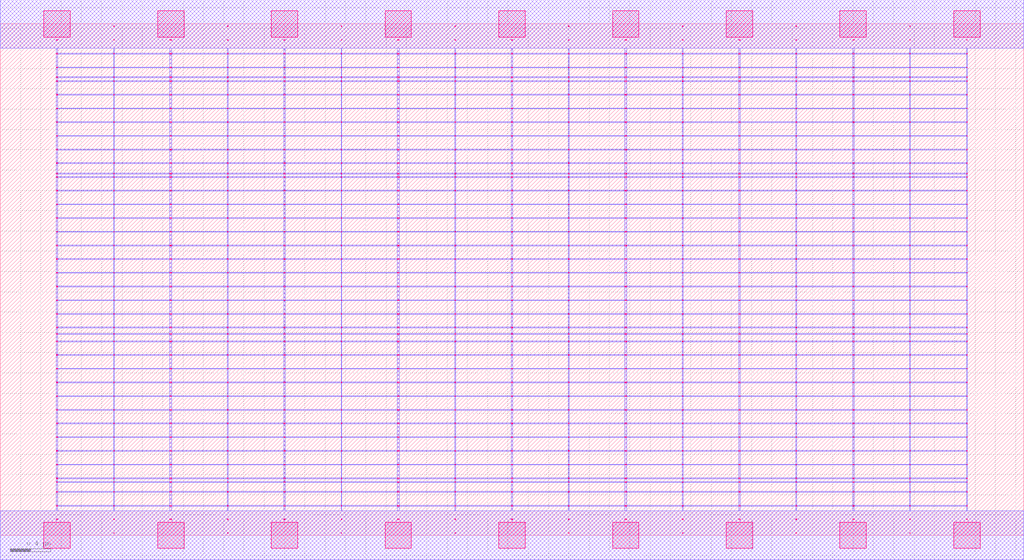
<source format=lef>
MACRO AOAOI2122_DEBUG
 CLASS CORE ;
 FOREIGN AOAOI2122_DEBUG 0 0 ;
 SIZE 10.08 BY 5.04 ;
 ORIGIN 0 0 ;
 SYMMETRY X Y R90 ;
 SITE unit ;

 OBS
    LAYER polycont ;
     RECT 5.03100000 2.58300000 5.04900000 2.59100000 ;
     RECT 5.03100000 2.71800000 5.04900000 2.72600000 ;
     RECT 5.03100000 2.85300000 5.04900000 2.86100000 ;
     RECT 5.03100000 2.98800000 5.04900000 2.99600000 ;
     RECT 7.27100000 2.58300000 7.28900000 2.59100000 ;
     RECT 7.83600000 2.58300000 7.84400000 2.59100000 ;
     RECT 8.39600000 2.58300000 8.40900000 2.59100000 ;
     RECT 8.95600000 2.58300000 8.96400000 2.59100000 ;
     RECT 9.51600000 2.58300000 9.52400000 2.59100000 ;
     RECT 5.59600000 2.58300000 5.60400000 2.59100000 ;
     RECT 5.59600000 2.71800000 5.60400000 2.72600000 ;
     RECT 6.15100000 2.71800000 6.16900000 2.72600000 ;
     RECT 6.71600000 2.71800000 6.72400000 2.72600000 ;
     RECT 7.27100000 2.71800000 7.28900000 2.72600000 ;
     RECT 7.83600000 2.71800000 7.84400000 2.72600000 ;
     RECT 8.39600000 2.71800000 8.40900000 2.72600000 ;
     RECT 8.95600000 2.71800000 8.96400000 2.72600000 ;
     RECT 9.51600000 2.71800000 9.52400000 2.72600000 ;
     RECT 6.15100000 2.58300000 6.16900000 2.59100000 ;
     RECT 5.59600000 2.85300000 5.60400000 2.86100000 ;
     RECT 6.15100000 2.85300000 6.16900000 2.86100000 ;
     RECT 6.71600000 2.85300000 6.72400000 2.86100000 ;
     RECT 7.27100000 2.85300000 7.28900000 2.86100000 ;
     RECT 7.83600000 2.85300000 7.84400000 2.86100000 ;
     RECT 8.39600000 2.85300000 8.40900000 2.86100000 ;
     RECT 8.95600000 2.85300000 8.96400000 2.86100000 ;
     RECT 9.51600000 2.85300000 9.52400000 2.86100000 ;
     RECT 6.71600000 2.58300000 6.72400000 2.59100000 ;
     RECT 5.59600000 2.98800000 5.60400000 2.99600000 ;
     RECT 6.15100000 2.98800000 6.16900000 2.99600000 ;
     RECT 6.71600000 2.98800000 6.72400000 2.99600000 ;
     RECT 7.27100000 2.98800000 7.28900000 2.99600000 ;
     RECT 7.83600000 2.98800000 7.84400000 2.99600000 ;
     RECT 8.39600000 2.98800000 8.40900000 2.99600000 ;
     RECT 8.95600000 2.98800000 8.96400000 2.99600000 ;
     RECT 9.51600000 2.98800000 9.52400000 2.99600000 ;
     RECT 8.95600000 3.12300000 8.96400000 3.13100000 ;
     RECT 9.51600000 3.12300000 9.52400000 3.13100000 ;
     RECT 8.95600000 3.25800000 8.96400000 3.26600000 ;
     RECT 9.51600000 3.25800000 9.52400000 3.26600000 ;
     RECT 8.95600000 3.39300000 8.96400000 3.40100000 ;
     RECT 9.51600000 3.39300000 9.52400000 3.40100000 ;
     RECT 8.95600000 3.52800000 8.96400000 3.53600000 ;
     RECT 9.51600000 3.52800000 9.52400000 3.53600000 ;
     RECT 8.95600000 3.56100000 8.96400000 3.56900000 ;
     RECT 9.51600000 3.56100000 9.52400000 3.56900000 ;
     RECT 8.95600000 3.66300000 8.96400000 3.67100000 ;
     RECT 9.51600000 3.66300000 9.52400000 3.67100000 ;
     RECT 8.95600000 3.79800000 8.96400000 3.80600000 ;
     RECT 9.51600000 3.79800000 9.52400000 3.80600000 ;
     RECT 8.95600000 3.93300000 8.96400000 3.94100000 ;
     RECT 9.51600000 3.93300000 9.52400000 3.94100000 ;
     RECT 8.95600000 4.06800000 8.96400000 4.07600000 ;
     RECT 9.51600000 4.06800000 9.52400000 4.07600000 ;
     RECT 8.95600000 4.20300000 8.96400000 4.21100000 ;
     RECT 9.51600000 4.20300000 9.52400000 4.21100000 ;
     RECT 8.95600000 4.33800000 8.96400000 4.34600000 ;
     RECT 9.51600000 4.33800000 9.52400000 4.34600000 ;
     RECT 8.95600000 4.47300000 8.96400000 4.48100000 ;
     RECT 9.51600000 4.47300000 9.52400000 4.48100000 ;
     RECT 8.95600000 4.51100000 8.96400000 4.51900000 ;
     RECT 9.51600000 4.51100000 9.52400000 4.51900000 ;
     RECT 8.95600000 4.60800000 8.96400000 4.61600000 ;
     RECT 9.51600000 4.60800000 9.52400000 4.61600000 ;
     RECT 8.95600000 4.74300000 8.96400000 4.75100000 ;
     RECT 9.51600000 4.74300000 9.52400000 4.75100000 ;
     RECT 8.95600000 4.87800000 8.96400000 4.88600000 ;
     RECT 9.51600000 4.87800000 9.52400000 4.88600000 ;
     RECT 1.67100000 2.85300000 1.68900000 2.86100000 ;
     RECT 2.23600000 2.85300000 2.24400000 2.86100000 ;
     RECT 2.79100000 2.85300000 2.80900000 2.86100000 ;
     RECT 3.35600000 2.85300000 3.36400000 2.86100000 ;
     RECT 3.91100000 2.85300000 3.92900000 2.86100000 ;
     RECT 4.47600000 2.85300000 4.48400000 2.86100000 ;
     RECT 1.11600000 2.71800000 1.12400000 2.72600000 ;
     RECT 1.67100000 2.71800000 1.68900000 2.72600000 ;
     RECT 2.23600000 2.71800000 2.24400000 2.72600000 ;
     RECT 2.79100000 2.71800000 2.80900000 2.72600000 ;
     RECT 3.35600000 2.71800000 3.36400000 2.72600000 ;
     RECT 3.91100000 2.71800000 3.92900000 2.72600000 ;
     RECT 4.47600000 2.71800000 4.48400000 2.72600000 ;
     RECT 1.11600000 2.58300000 1.12400000 2.59100000 ;
     RECT 1.67100000 2.58300000 1.68900000 2.59100000 ;
     RECT 0.55100000 2.98800000 0.56400000 2.99600000 ;
     RECT 1.11600000 2.98800000 1.12400000 2.99600000 ;
     RECT 1.67100000 2.98800000 1.68900000 2.99600000 ;
     RECT 2.23600000 2.98800000 2.24400000 2.99600000 ;
     RECT 2.79100000 2.98800000 2.80900000 2.99600000 ;
     RECT 3.35600000 2.98800000 3.36400000 2.99600000 ;
     RECT 3.91100000 2.98800000 3.92900000 2.99600000 ;
     RECT 4.47600000 2.98800000 4.48400000 2.99600000 ;
     RECT 2.23600000 2.58300000 2.24400000 2.59100000 ;
     RECT 2.79100000 2.58300000 2.80900000 2.59100000 ;
     RECT 3.35600000 2.58300000 3.36400000 2.59100000 ;
     RECT 3.91100000 2.58300000 3.92900000 2.59100000 ;
     RECT 4.47600000 2.58300000 4.48400000 2.59100000 ;
     RECT 0.55100000 2.58300000 0.56400000 2.59100000 ;
     RECT 0.55100000 2.71800000 0.56400000 2.72600000 ;
     RECT 0.55100000 2.85300000 0.56400000 2.86100000 ;
     RECT 1.11600000 2.85300000 1.12400000 2.86100000 ;
     RECT 6.71600000 0.15300000 6.72400000 0.16100000 ;
     RECT 6.71600000 0.28800000 6.72400000 0.29600000 ;
     RECT 6.71600000 0.42300000 6.72400000 0.43100000 ;
     RECT 6.71600000 0.52100000 6.72400000 0.52900000 ;
     RECT 6.71600000 0.55800000 6.72400000 0.56600000 ;
     RECT 6.71600000 0.69300000 6.72400000 0.70100000 ;
     RECT 6.71600000 0.82800000 6.72400000 0.83600000 ;
     RECT 6.71600000 0.96300000 6.72400000 0.97100000 ;
     RECT 6.71600000 1.09800000 6.72400000 1.10600000 ;
     RECT 6.71600000 1.23300000 6.72400000 1.24100000 ;
     RECT 6.71600000 1.36800000 6.72400000 1.37600000 ;
     RECT 6.71600000 1.50300000 6.72400000 1.51100000 ;
     RECT 6.71600000 1.63800000 6.72400000 1.64600000 ;
     RECT 6.71600000 1.77300000 6.72400000 1.78100000 ;
     RECT 6.71600000 1.90800000 6.72400000 1.91600000 ;
     RECT 6.71600000 1.98100000 6.72400000 1.98900000 ;
     RECT 6.71600000 2.04300000 6.72400000 2.05100000 ;
     RECT 6.71600000 2.17800000 6.72400000 2.18600000 ;
     RECT 6.71600000 2.31300000 6.72400000 2.32100000 ;
     RECT 6.71600000 2.44800000 6.72400000 2.45600000 ;

    LAYER pdiffc ;
     RECT 0.55100000 3.39300000 0.55900000 3.40100000 ;
     RECT 8.40100000 3.39300000 8.40900000 3.40100000 ;
     RECT 0.55100000 3.52800000 0.55900000 3.53600000 ;
     RECT 8.40100000 3.52800000 8.40900000 3.53600000 ;
     RECT 0.55100000 3.56100000 0.55900000 3.56900000 ;
     RECT 8.40100000 3.56100000 8.40900000 3.56900000 ;
     RECT 0.55100000 3.66300000 0.55900000 3.67100000 ;
     RECT 8.40100000 3.66300000 8.40900000 3.67100000 ;
     RECT 0.55100000 3.79800000 0.55900000 3.80600000 ;
     RECT 8.40100000 3.79800000 8.40900000 3.80600000 ;
     RECT 0.55100000 3.93300000 0.55900000 3.94100000 ;
     RECT 8.40100000 3.93300000 8.40900000 3.94100000 ;
     RECT 0.55100000 4.06800000 0.55900000 4.07600000 ;
     RECT 8.40100000 4.06800000 8.40900000 4.07600000 ;
     RECT 0.55100000 4.20300000 0.55900000 4.21100000 ;
     RECT 8.40100000 4.20300000 8.40900000 4.21100000 ;
     RECT 0.55100000 4.33800000 0.55900000 4.34600000 ;
     RECT 8.40100000 4.33800000 8.40900000 4.34600000 ;
     RECT 0.55100000 4.47300000 0.55900000 4.48100000 ;
     RECT 8.40100000 4.47300000 8.40900000 4.48100000 ;
     RECT 0.55100000 4.51100000 0.55900000 4.51900000 ;
     RECT 8.40100000 4.51100000 8.40900000 4.51900000 ;
     RECT 0.55100000 4.60800000 0.55900000 4.61600000 ;
     RECT 8.40100000 4.60800000 8.40900000 4.61600000 ;

    LAYER ndiffc ;
     RECT 5.03100000 0.42300000 5.04900000 0.43100000 ;
     RECT 5.03100000 0.52100000 5.04900000 0.52900000 ;
     RECT 5.03100000 0.55800000 5.04900000 0.56600000 ;
     RECT 5.03100000 0.69300000 5.04900000 0.70100000 ;
     RECT 5.03100000 0.82800000 5.04900000 0.83600000 ;
     RECT 5.03100000 0.96300000 5.04900000 0.97100000 ;
     RECT 5.03100000 1.09800000 5.04900000 1.10600000 ;
     RECT 5.03100000 1.23300000 5.04900000 1.24100000 ;
     RECT 5.03100000 1.36800000 5.04900000 1.37600000 ;
     RECT 5.03100000 1.50300000 5.04900000 1.51100000 ;
     RECT 5.03100000 1.63800000 5.04900000 1.64600000 ;
     RECT 5.03100000 1.77300000 5.04900000 1.78100000 ;
     RECT 5.03100000 1.90800000 5.04900000 1.91600000 ;
     RECT 5.03100000 1.98100000 5.04900000 1.98900000 ;
     RECT 5.03100000 2.04300000 5.04900000 2.05100000 ;
     RECT 8.39600000 0.42300000 8.40900000 0.43100000 ;
     RECT 6.15100000 0.69300000 6.16900000 0.70100000 ;
     RECT 7.27100000 0.69300000 7.28900000 0.70100000 ;
     RECT 8.39600000 0.69300000 8.40900000 0.70100000 ;
     RECT 9.51600000 0.69300000 9.52400000 0.70100000 ;
     RECT 9.51600000 0.42300000 9.52400000 0.43100000 ;
     RECT 6.15100000 0.82800000 6.16900000 0.83600000 ;
     RECT 7.27100000 0.82800000 7.28900000 0.83600000 ;
     RECT 8.39600000 0.82800000 8.40900000 0.83600000 ;
     RECT 9.51600000 0.82800000 9.52400000 0.83600000 ;
     RECT 6.15100000 0.42300000 6.16900000 0.43100000 ;
     RECT 6.15100000 0.96300000 6.16900000 0.97100000 ;
     RECT 7.27100000 0.96300000 7.28900000 0.97100000 ;
     RECT 8.39600000 0.96300000 8.40900000 0.97100000 ;
     RECT 9.51600000 0.96300000 9.52400000 0.97100000 ;
     RECT 6.15100000 0.52100000 6.16900000 0.52900000 ;
     RECT 6.15100000 1.09800000 6.16900000 1.10600000 ;
     RECT 7.27100000 1.09800000 7.28900000 1.10600000 ;
     RECT 8.39600000 1.09800000 8.40900000 1.10600000 ;
     RECT 9.51600000 1.09800000 9.52400000 1.10600000 ;
     RECT 7.27100000 0.52100000 7.28900000 0.52900000 ;
     RECT 6.15100000 1.23300000 6.16900000 1.24100000 ;
     RECT 7.27100000 1.23300000 7.28900000 1.24100000 ;
     RECT 8.39600000 1.23300000 8.40900000 1.24100000 ;
     RECT 9.51600000 1.23300000 9.52400000 1.24100000 ;
     RECT 8.39600000 0.52100000 8.40900000 0.52900000 ;
     RECT 6.15100000 1.36800000 6.16900000 1.37600000 ;
     RECT 7.27100000 1.36800000 7.28900000 1.37600000 ;
     RECT 8.39600000 1.36800000 8.40900000 1.37600000 ;
     RECT 9.51600000 1.36800000 9.52400000 1.37600000 ;
     RECT 9.51600000 0.52100000 9.52400000 0.52900000 ;
     RECT 6.15100000 1.50300000 6.16900000 1.51100000 ;
     RECT 7.27100000 1.50300000 7.28900000 1.51100000 ;
     RECT 8.39600000 1.50300000 8.40900000 1.51100000 ;
     RECT 9.51600000 1.50300000 9.52400000 1.51100000 ;
     RECT 7.27100000 0.42300000 7.28900000 0.43100000 ;
     RECT 6.15100000 1.63800000 6.16900000 1.64600000 ;
     RECT 7.27100000 1.63800000 7.28900000 1.64600000 ;
     RECT 8.39600000 1.63800000 8.40900000 1.64600000 ;
     RECT 9.51600000 1.63800000 9.52400000 1.64600000 ;
     RECT 6.15100000 0.55800000 6.16900000 0.56600000 ;
     RECT 6.15100000 1.77300000 6.16900000 1.78100000 ;
     RECT 7.27100000 1.77300000 7.28900000 1.78100000 ;
     RECT 8.39600000 1.77300000 8.40900000 1.78100000 ;
     RECT 9.51600000 1.77300000 9.52400000 1.78100000 ;
     RECT 7.27100000 0.55800000 7.28900000 0.56600000 ;
     RECT 6.15100000 1.90800000 6.16900000 1.91600000 ;
     RECT 7.27100000 1.90800000 7.28900000 1.91600000 ;
     RECT 8.39600000 1.90800000 8.40900000 1.91600000 ;
     RECT 9.51600000 1.90800000 9.52400000 1.91600000 ;
     RECT 8.39600000 0.55800000 8.40900000 0.56600000 ;
     RECT 6.15100000 1.98100000 6.16900000 1.98900000 ;
     RECT 7.27100000 1.98100000 7.28900000 1.98900000 ;
     RECT 8.39600000 1.98100000 8.40900000 1.98900000 ;
     RECT 9.51600000 1.98100000 9.52400000 1.98900000 ;
     RECT 9.51600000 0.55800000 9.52400000 0.56600000 ;
     RECT 6.15100000 2.04300000 6.16900000 2.05100000 ;
     RECT 7.27100000 2.04300000 7.28900000 2.05100000 ;
     RECT 8.39600000 2.04300000 8.40900000 2.05100000 ;
     RECT 9.51600000 2.04300000 9.52400000 2.05100000 ;
     RECT 3.91100000 1.36800000 3.92900000 1.37600000 ;
     RECT 2.79100000 0.55800000 2.80900000 0.56600000 ;
     RECT 3.91100000 0.55800000 3.92900000 0.56600000 ;
     RECT 1.67100000 0.52100000 1.68900000 0.52900000 ;
     RECT 2.79100000 0.52100000 2.80900000 0.52900000 ;
     RECT 3.91100000 0.52100000 3.92900000 0.52900000 ;
     RECT 0.55100000 1.50300000 0.56400000 1.51100000 ;
     RECT 1.67100000 1.50300000 1.68900000 1.51100000 ;
     RECT 2.79100000 1.50300000 2.80900000 1.51100000 ;
     RECT 3.91100000 1.50300000 3.92900000 1.51100000 ;
     RECT 0.55100000 0.96300000 0.56400000 0.97100000 ;
     RECT 1.67100000 0.96300000 1.68900000 0.97100000 ;
     RECT 2.79100000 0.96300000 2.80900000 0.97100000 ;
     RECT 3.91100000 0.96300000 3.92900000 0.97100000 ;
     RECT 1.67100000 0.42300000 1.68900000 0.43100000 ;
     RECT 0.55100000 1.63800000 0.56400000 1.64600000 ;
     RECT 1.67100000 1.63800000 1.68900000 1.64600000 ;
     RECT 2.79100000 1.63800000 2.80900000 1.64600000 ;
     RECT 3.91100000 1.63800000 3.92900000 1.64600000 ;
     RECT 2.79100000 0.42300000 2.80900000 0.43100000 ;
     RECT 0.55100000 0.69300000 0.56400000 0.70100000 ;
     RECT 1.67100000 0.69300000 1.68900000 0.70100000 ;
     RECT 2.79100000 0.69300000 2.80900000 0.70100000 ;
     RECT 0.55100000 1.09800000 0.56400000 1.10600000 ;
     RECT 0.55100000 1.77300000 0.56400000 1.78100000 ;
     RECT 1.67100000 1.77300000 1.68900000 1.78100000 ;
     RECT 2.79100000 1.77300000 2.80900000 1.78100000 ;
     RECT 3.91100000 1.77300000 3.92900000 1.78100000 ;
     RECT 1.67100000 1.09800000 1.68900000 1.10600000 ;
     RECT 2.79100000 1.09800000 2.80900000 1.10600000 ;
     RECT 3.91100000 1.09800000 3.92900000 1.10600000 ;
     RECT 3.91100000 0.69300000 3.92900000 0.70100000 ;
     RECT 3.91100000 0.42300000 3.92900000 0.43100000 ;
     RECT 0.55100000 1.90800000 0.56400000 1.91600000 ;
     RECT 1.67100000 1.90800000 1.68900000 1.91600000 ;
     RECT 2.79100000 1.90800000 2.80900000 1.91600000 ;
     RECT 3.91100000 1.90800000 3.92900000 1.91600000 ;
     RECT 0.55100000 0.42300000 0.56400000 0.43100000 ;
     RECT 0.55100000 0.52100000 0.56400000 0.52900000 ;
     RECT 0.55100000 0.55800000 0.56400000 0.56600000 ;
     RECT 0.55100000 1.23300000 0.56400000 1.24100000 ;
     RECT 1.67100000 1.23300000 1.68900000 1.24100000 ;
     RECT 0.55100000 1.98100000 0.56400000 1.98900000 ;
     RECT 1.67100000 1.98100000 1.68900000 1.98900000 ;
     RECT 2.79100000 1.98100000 2.80900000 1.98900000 ;
     RECT 3.91100000 1.98100000 3.92900000 1.98900000 ;
     RECT 2.79100000 1.23300000 2.80900000 1.24100000 ;
     RECT 3.91100000 1.23300000 3.92900000 1.24100000 ;
     RECT 1.67100000 0.55800000 1.68900000 0.56600000 ;
     RECT 0.55100000 0.82800000 0.56400000 0.83600000 ;
     RECT 1.67100000 0.82800000 1.68900000 0.83600000 ;
     RECT 0.55100000 2.04300000 0.56400000 2.05100000 ;
     RECT 1.67100000 2.04300000 1.68900000 2.05100000 ;
     RECT 2.79100000 2.04300000 2.80900000 2.05100000 ;
     RECT 3.91100000 2.04300000 3.92900000 2.05100000 ;
     RECT 2.79100000 0.82800000 2.80900000 0.83600000 ;
     RECT 3.91100000 0.82800000 3.92900000 0.83600000 ;
     RECT 0.55100000 1.36800000 0.56400000 1.37600000 ;
     RECT 1.67100000 1.36800000 1.68900000 1.37600000 ;
     RECT 2.79100000 1.36800000 2.80900000 1.37600000 ;

    LAYER met1 ;
     RECT 0.00000000 -0.24000000 10.08000000 0.24000000 ;
     RECT 5.03100000 0.24000000 5.04900000 0.28800000 ;
     RECT 0.55100000 0.28800000 9.52400000 0.29600000 ;
     RECT 5.03100000 0.29600000 5.04900000 0.42300000 ;
     RECT 0.55100000 0.42300000 9.52400000 0.43100000 ;
     RECT 5.03100000 0.43100000 5.04900000 0.52100000 ;
     RECT 0.55100000 0.52100000 9.52400000 0.52900000 ;
     RECT 5.03100000 0.52900000 5.04900000 0.55800000 ;
     RECT 0.55100000 0.55800000 9.52400000 0.56600000 ;
     RECT 5.03100000 0.56600000 5.04900000 0.69300000 ;
     RECT 0.55100000 0.69300000 9.52400000 0.70100000 ;
     RECT 5.03100000 0.70100000 5.04900000 0.82800000 ;
     RECT 0.55100000 0.82800000 9.52400000 0.83600000 ;
     RECT 5.03100000 0.83600000 5.04900000 0.96300000 ;
     RECT 0.55100000 0.96300000 9.52400000 0.97100000 ;
     RECT 5.03100000 0.97100000 5.04900000 1.09800000 ;
     RECT 0.55100000 1.09800000 9.52400000 1.10600000 ;
     RECT 5.03100000 1.10600000 5.04900000 1.23300000 ;
     RECT 0.55100000 1.23300000 9.52400000 1.24100000 ;
     RECT 5.03100000 1.24100000 5.04900000 1.36800000 ;
     RECT 0.55100000 1.36800000 9.52400000 1.37600000 ;
     RECT 5.03100000 1.37600000 5.04900000 1.50300000 ;
     RECT 0.55100000 1.50300000 9.52400000 1.51100000 ;
     RECT 5.03100000 1.51100000 5.04900000 1.63800000 ;
     RECT 0.55100000 1.63800000 9.52400000 1.64600000 ;
     RECT 5.03100000 1.64600000 5.04900000 1.77300000 ;
     RECT 0.55100000 1.77300000 9.52400000 1.78100000 ;
     RECT 5.03100000 1.78100000 5.04900000 1.90800000 ;
     RECT 0.55100000 1.90800000 9.52400000 1.91600000 ;
     RECT 5.03100000 1.91600000 5.04900000 1.98100000 ;
     RECT 0.55100000 1.98100000 9.52400000 1.98900000 ;
     RECT 5.03100000 1.98900000 5.04900000 2.04300000 ;
     RECT 0.55100000 2.04300000 9.52400000 2.05100000 ;
     RECT 5.03100000 2.05100000 5.04900000 2.17800000 ;
     RECT 0.55100000 2.17800000 9.52400000 2.18600000 ;
     RECT 5.03100000 2.18600000 5.04900000 2.31300000 ;
     RECT 0.55100000 2.31300000 9.52400000 2.32100000 ;
     RECT 5.03100000 2.32100000 5.04900000 2.44800000 ;
     RECT 0.55100000 2.44800000 9.52400000 2.45600000 ;
     RECT 0.55100000 2.45600000 0.56400000 2.58300000 ;
     RECT 1.11600000 2.45600000 1.12400000 2.58300000 ;
     RECT 1.67100000 2.45600000 1.68900000 2.58300000 ;
     RECT 2.23600000 2.45600000 2.24400000 2.58300000 ;
     RECT 2.79100000 2.45600000 2.80900000 2.58300000 ;
     RECT 3.35600000 2.45600000 3.36400000 2.58300000 ;
     RECT 3.91100000 2.45600000 3.92900000 2.58300000 ;
     RECT 4.47600000 2.45600000 4.48400000 2.58300000 ;
     RECT 5.03100000 2.45600000 5.04900000 2.58300000 ;
     RECT 5.59600000 2.45600000 5.60400000 2.58300000 ;
     RECT 6.15100000 2.45600000 6.16900000 2.58300000 ;
     RECT 6.71600000 2.45600000 6.72400000 2.58300000 ;
     RECT 7.27100000 2.45600000 7.28900000 2.58300000 ;
     RECT 7.83600000 2.45600000 7.84400000 2.58300000 ;
     RECT 8.39600000 2.45600000 8.40900000 2.58300000 ;
     RECT 8.95600000 2.45600000 8.96400000 2.58300000 ;
     RECT 9.51600000 2.45600000 9.52400000 2.58300000 ;
     RECT 0.55100000 2.58300000 9.52400000 2.59100000 ;
     RECT 5.03100000 2.59100000 5.04900000 2.71800000 ;
     RECT 0.55100000 2.71800000 9.52400000 2.72600000 ;
     RECT 5.03100000 2.72600000 5.04900000 2.85300000 ;
     RECT 0.55100000 2.85300000 9.52400000 2.86100000 ;
     RECT 5.03100000 2.86100000 5.04900000 2.98800000 ;
     RECT 0.55100000 2.98800000 9.52400000 2.99600000 ;
     RECT 5.03100000 2.99600000 5.04900000 3.12300000 ;
     RECT 0.55100000 3.12300000 9.52400000 3.13100000 ;
     RECT 5.03100000 3.13100000 5.04900000 3.25800000 ;
     RECT 0.55100000 3.25800000 9.52400000 3.26600000 ;
     RECT 5.03100000 3.26600000 5.04900000 3.39300000 ;
     RECT 0.55100000 3.39300000 9.52400000 3.40100000 ;
     RECT 5.03100000 3.40100000 5.04900000 3.52800000 ;
     RECT 0.55100000 3.52800000 9.52400000 3.53600000 ;
     RECT 5.03100000 3.53600000 5.04900000 3.56100000 ;
     RECT 0.55100000 3.56100000 9.52400000 3.56900000 ;
     RECT 5.03100000 3.56900000 5.04900000 3.66300000 ;
     RECT 0.55100000 3.66300000 9.52400000 3.67100000 ;
     RECT 5.03100000 3.67100000 5.04900000 3.79800000 ;
     RECT 0.55100000 3.79800000 9.52400000 3.80600000 ;
     RECT 5.03100000 3.80600000 5.04900000 3.93300000 ;
     RECT 0.55100000 3.93300000 9.52400000 3.94100000 ;
     RECT 5.03100000 3.94100000 5.04900000 4.06800000 ;
     RECT 0.55100000 4.06800000 9.52400000 4.07600000 ;
     RECT 5.03100000 4.07600000 5.04900000 4.20300000 ;
     RECT 0.55100000 4.20300000 9.52400000 4.21100000 ;
     RECT 5.03100000 4.21100000 5.04900000 4.33800000 ;
     RECT 0.55100000 4.33800000 9.52400000 4.34600000 ;
     RECT 5.03100000 4.34600000 5.04900000 4.47300000 ;
     RECT 0.55100000 4.47300000 9.52400000 4.48100000 ;
     RECT 5.03100000 4.48100000 5.04900000 4.51100000 ;
     RECT 0.55100000 4.51100000 9.52400000 4.51900000 ;
     RECT 5.03100000 4.51900000 5.04900000 4.60800000 ;
     RECT 0.55100000 4.60800000 9.52400000 4.61600000 ;
     RECT 5.03100000 4.61600000 5.04900000 4.74300000 ;
     RECT 0.55100000 4.74300000 9.52400000 4.75100000 ;
     RECT 5.03100000 4.75100000 5.04900000 4.80000000 ;
     RECT 0.00000000 4.80000000 10.08000000 5.28000000 ;
     RECT 5.59600000 3.80600000 5.60400000 3.93300000 ;
     RECT 6.15100000 3.80600000 6.16900000 3.93300000 ;
     RECT 6.71600000 3.80600000 6.72400000 3.93300000 ;
     RECT 7.27100000 3.80600000 7.28900000 3.93300000 ;
     RECT 7.83600000 3.80600000 7.84400000 3.93300000 ;
     RECT 8.39600000 3.80600000 8.40900000 3.93300000 ;
     RECT 8.95600000 3.80600000 8.96400000 3.93300000 ;
     RECT 9.51600000 3.80600000 9.52400000 3.93300000 ;
     RECT 7.83600000 3.94100000 7.84400000 4.06800000 ;
     RECT 8.39600000 3.94100000 8.40900000 4.06800000 ;
     RECT 8.95600000 3.94100000 8.96400000 4.06800000 ;
     RECT 9.51600000 3.94100000 9.52400000 4.06800000 ;
     RECT 7.83600000 4.07600000 7.84400000 4.20300000 ;
     RECT 8.39600000 4.07600000 8.40900000 4.20300000 ;
     RECT 8.95600000 4.07600000 8.96400000 4.20300000 ;
     RECT 9.51600000 4.07600000 9.52400000 4.20300000 ;
     RECT 7.83600000 4.21100000 7.84400000 4.33800000 ;
     RECT 8.39600000 4.21100000 8.40900000 4.33800000 ;
     RECT 8.95600000 4.21100000 8.96400000 4.33800000 ;
     RECT 9.51600000 4.21100000 9.52400000 4.33800000 ;
     RECT 7.83600000 4.34600000 7.84400000 4.47300000 ;
     RECT 8.39600000 4.34600000 8.40900000 4.47300000 ;
     RECT 8.95600000 4.34600000 8.96400000 4.47300000 ;
     RECT 9.51600000 4.34600000 9.52400000 4.47300000 ;
     RECT 7.83600000 4.48100000 7.84400000 4.51100000 ;
     RECT 8.39600000 4.48100000 8.40900000 4.51100000 ;
     RECT 8.95600000 4.48100000 8.96400000 4.51100000 ;
     RECT 9.51600000 4.48100000 9.52400000 4.51100000 ;
     RECT 7.83600000 4.51900000 7.84400000 4.60800000 ;
     RECT 8.39600000 4.51900000 8.40900000 4.60800000 ;
     RECT 8.95600000 4.51900000 8.96400000 4.60800000 ;
     RECT 9.51600000 4.51900000 9.52400000 4.60800000 ;
     RECT 7.83600000 4.61600000 7.84400000 4.74300000 ;
     RECT 8.39600000 4.61600000 8.40900000 4.74300000 ;
     RECT 8.95600000 4.61600000 8.96400000 4.74300000 ;
     RECT 9.51600000 4.61600000 9.52400000 4.74300000 ;
     RECT 7.83600000 4.75100000 7.84400000 4.80000000 ;
     RECT 8.39600000 4.75100000 8.40900000 4.80000000 ;
     RECT 8.95600000 4.75100000 8.96400000 4.80000000 ;
     RECT 9.51600000 4.75100000 9.52400000 4.80000000 ;
     RECT 5.59600000 4.48100000 5.60400000 4.51100000 ;
     RECT 6.15100000 4.48100000 6.16900000 4.51100000 ;
     RECT 6.71600000 4.48100000 6.72400000 4.51100000 ;
     RECT 7.27100000 4.48100000 7.28900000 4.51100000 ;
     RECT 5.59600000 4.21100000 5.60400000 4.33800000 ;
     RECT 6.15100000 4.21100000 6.16900000 4.33800000 ;
     RECT 6.71600000 4.21100000 6.72400000 4.33800000 ;
     RECT 7.27100000 4.21100000 7.28900000 4.33800000 ;
     RECT 5.59600000 4.51900000 5.60400000 4.60800000 ;
     RECT 6.15100000 4.51900000 6.16900000 4.60800000 ;
     RECT 6.71600000 4.51900000 6.72400000 4.60800000 ;
     RECT 7.27100000 4.51900000 7.28900000 4.60800000 ;
     RECT 5.59600000 4.07600000 5.60400000 4.20300000 ;
     RECT 6.15100000 4.07600000 6.16900000 4.20300000 ;
     RECT 6.71600000 4.07600000 6.72400000 4.20300000 ;
     RECT 7.27100000 4.07600000 7.28900000 4.20300000 ;
     RECT 5.59600000 4.61600000 5.60400000 4.74300000 ;
     RECT 6.15100000 4.61600000 6.16900000 4.74300000 ;
     RECT 6.71600000 4.61600000 6.72400000 4.74300000 ;
     RECT 7.27100000 4.61600000 7.28900000 4.74300000 ;
     RECT 5.59600000 4.34600000 5.60400000 4.47300000 ;
     RECT 6.15100000 4.34600000 6.16900000 4.47300000 ;
     RECT 6.71600000 4.34600000 6.72400000 4.47300000 ;
     RECT 7.27100000 4.34600000 7.28900000 4.47300000 ;
     RECT 5.59600000 4.75100000 5.60400000 4.80000000 ;
     RECT 6.15100000 4.75100000 6.16900000 4.80000000 ;
     RECT 6.71600000 4.75100000 6.72400000 4.80000000 ;
     RECT 7.27100000 4.75100000 7.28900000 4.80000000 ;
     RECT 5.59600000 3.94100000 5.60400000 4.06800000 ;
     RECT 6.15100000 3.94100000 6.16900000 4.06800000 ;
     RECT 6.71600000 3.94100000 6.72400000 4.06800000 ;
     RECT 7.27100000 3.94100000 7.28900000 4.06800000 ;
     RECT 5.59600000 2.59100000 5.60400000 2.71800000 ;
     RECT 6.15100000 2.59100000 6.16900000 2.71800000 ;
     RECT 5.59600000 3.26600000 5.60400000 3.39300000 ;
     RECT 6.15100000 3.26600000 6.16900000 3.39300000 ;
     RECT 5.59600000 2.86100000 5.60400000 2.98800000 ;
     RECT 6.15100000 2.86100000 6.16900000 2.98800000 ;
     RECT 6.71600000 3.26600000 6.72400000 3.39300000 ;
     RECT 7.27100000 3.26600000 7.28900000 3.39300000 ;
     RECT 5.59600000 2.72600000 5.60400000 2.85300000 ;
     RECT 6.15100000 2.72600000 6.16900000 2.85300000 ;
     RECT 5.59600000 3.40100000 5.60400000 3.52800000 ;
     RECT 6.15100000 3.40100000 6.16900000 3.52800000 ;
     RECT 5.59600000 2.99600000 5.60400000 3.12300000 ;
     RECT 6.15100000 2.99600000 6.16900000 3.12300000 ;
     RECT 6.71600000 3.40100000 6.72400000 3.52800000 ;
     RECT 7.27100000 3.40100000 7.28900000 3.52800000 ;
     RECT 6.71600000 2.86100000 6.72400000 2.98800000 ;
     RECT 7.27100000 2.86100000 7.28900000 2.98800000 ;
     RECT 6.71600000 2.72600000 6.72400000 2.85300000 ;
     RECT 7.27100000 2.72600000 7.28900000 2.85300000 ;
     RECT 5.59600000 3.53600000 5.60400000 3.56100000 ;
     RECT 6.15100000 3.53600000 6.16900000 3.56100000 ;
     RECT 6.71600000 2.99600000 6.72400000 3.12300000 ;
     RECT 7.27100000 2.99600000 7.28900000 3.12300000 ;
     RECT 6.71600000 3.53600000 6.72400000 3.56100000 ;
     RECT 7.27100000 3.53600000 7.28900000 3.56100000 ;
     RECT 5.59600000 3.56900000 5.60400000 3.66300000 ;
     RECT 6.15100000 3.56900000 6.16900000 3.66300000 ;
     RECT 6.71600000 3.56900000 6.72400000 3.66300000 ;
     RECT 7.27100000 3.56900000 7.28900000 3.66300000 ;
     RECT 5.59600000 3.67100000 5.60400000 3.79800000 ;
     RECT 6.15100000 3.67100000 6.16900000 3.79800000 ;
     RECT 6.71600000 3.67100000 6.72400000 3.79800000 ;
     RECT 7.27100000 3.67100000 7.28900000 3.79800000 ;
     RECT 6.71600000 2.59100000 6.72400000 2.71800000 ;
     RECT 7.27100000 2.59100000 7.28900000 2.71800000 ;
     RECT 5.59600000 3.13100000 5.60400000 3.25800000 ;
     RECT 6.15100000 3.13100000 6.16900000 3.25800000 ;
     RECT 6.71600000 3.13100000 6.72400000 3.25800000 ;
     RECT 7.27100000 3.13100000 7.28900000 3.25800000 ;
     RECT 8.39600000 2.59100000 8.40900000 2.71800000 ;
     RECT 9.51600000 2.99600000 9.52400000 3.12300000 ;
     RECT 7.83600000 3.13100000 7.84400000 3.25800000 ;
     RECT 7.83600000 3.56900000 7.84400000 3.66300000 ;
     RECT 8.39600000 3.56900000 8.40900000 3.66300000 ;
     RECT 8.95600000 3.56900000 8.96400000 3.66300000 ;
     RECT 9.51600000 3.56900000 9.52400000 3.66300000 ;
     RECT 8.95600000 2.72600000 8.96400000 2.85300000 ;
     RECT 9.51600000 2.72600000 9.52400000 2.85300000 ;
     RECT 8.39600000 3.13100000 8.40900000 3.25800000 ;
     RECT 7.83600000 3.40100000 7.84400000 3.52800000 ;
     RECT 8.39600000 3.40100000 8.40900000 3.52800000 ;
     RECT 8.95600000 3.40100000 8.96400000 3.52800000 ;
     RECT 7.83600000 3.67100000 7.84400000 3.79800000 ;
     RECT 8.39600000 3.67100000 8.40900000 3.79800000 ;
     RECT 8.95600000 3.67100000 8.96400000 3.79800000 ;
     RECT 7.83600000 2.86100000 7.84400000 2.98800000 ;
     RECT 8.39600000 2.86100000 8.40900000 2.98800000 ;
     RECT 9.51600000 3.67100000 9.52400000 3.79800000 ;
     RECT 9.51600000 3.40100000 9.52400000 3.52800000 ;
     RECT 8.95600000 3.13100000 8.96400000 3.25800000 ;
     RECT 7.83600000 3.26600000 7.84400000 3.39300000 ;
     RECT 8.39600000 3.26600000 8.40900000 3.39300000 ;
     RECT 8.95600000 3.26600000 8.96400000 3.39300000 ;
     RECT 9.51600000 3.26600000 9.52400000 3.39300000 ;
     RECT 9.51600000 3.13100000 9.52400000 3.25800000 ;
     RECT 8.95600000 2.86100000 8.96400000 2.98800000 ;
     RECT 9.51600000 2.86100000 9.52400000 2.98800000 ;
     RECT 7.83600000 3.53600000 7.84400000 3.56100000 ;
     RECT 7.83600000 2.99600000 7.84400000 3.12300000 ;
     RECT 8.39600000 2.99600000 8.40900000 3.12300000 ;
     RECT 8.39600000 3.53600000 8.40900000 3.56100000 ;
     RECT 8.95600000 3.53600000 8.96400000 3.56100000 ;
     RECT 9.51600000 3.53600000 9.52400000 3.56100000 ;
     RECT 7.83600000 2.72600000 7.84400000 2.85300000 ;
     RECT 8.39600000 2.72600000 8.40900000 2.85300000 ;
     RECT 8.95600000 2.59100000 8.96400000 2.71800000 ;
     RECT 9.51600000 2.59100000 9.52400000 2.71800000 ;
     RECT 7.83600000 2.59100000 7.84400000 2.71800000 ;
     RECT 8.95600000 2.99600000 8.96400000 3.12300000 ;
     RECT 0.55100000 3.80600000 0.56400000 3.93300000 ;
     RECT 1.11600000 3.80600000 1.12400000 3.93300000 ;
     RECT 1.67100000 3.80600000 1.68900000 3.93300000 ;
     RECT 2.23600000 3.80600000 2.24400000 3.93300000 ;
     RECT 2.79100000 3.80600000 2.80900000 3.93300000 ;
     RECT 3.35600000 3.80600000 3.36400000 3.93300000 ;
     RECT 3.91100000 3.80600000 3.92900000 3.93300000 ;
     RECT 4.47600000 3.80600000 4.48400000 3.93300000 ;
     RECT 2.79100000 4.21100000 2.80900000 4.33800000 ;
     RECT 3.35600000 4.21100000 3.36400000 4.33800000 ;
     RECT 3.91100000 4.21100000 3.92900000 4.33800000 ;
     RECT 4.47600000 4.21100000 4.48400000 4.33800000 ;
     RECT 2.79100000 4.34600000 2.80900000 4.47300000 ;
     RECT 3.35600000 4.34600000 3.36400000 4.47300000 ;
     RECT 3.91100000 4.34600000 3.92900000 4.47300000 ;
     RECT 4.47600000 4.34600000 4.48400000 4.47300000 ;
     RECT 2.79100000 4.48100000 2.80900000 4.51100000 ;
     RECT 3.35600000 4.48100000 3.36400000 4.51100000 ;
     RECT 3.91100000 4.48100000 3.92900000 4.51100000 ;
     RECT 4.47600000 4.48100000 4.48400000 4.51100000 ;
     RECT 2.79100000 4.51900000 2.80900000 4.60800000 ;
     RECT 3.35600000 4.51900000 3.36400000 4.60800000 ;
     RECT 3.91100000 4.51900000 3.92900000 4.60800000 ;
     RECT 4.47600000 4.51900000 4.48400000 4.60800000 ;
     RECT 2.79100000 4.61600000 2.80900000 4.74300000 ;
     RECT 3.35600000 4.61600000 3.36400000 4.74300000 ;
     RECT 3.91100000 4.61600000 3.92900000 4.74300000 ;
     RECT 4.47600000 4.61600000 4.48400000 4.74300000 ;
     RECT 2.79100000 4.75100000 2.80900000 4.80000000 ;
     RECT 3.35600000 4.75100000 3.36400000 4.80000000 ;
     RECT 3.91100000 4.75100000 3.92900000 4.80000000 ;
     RECT 4.47600000 4.75100000 4.48400000 4.80000000 ;
     RECT 2.79100000 3.94100000 2.80900000 4.06800000 ;
     RECT 3.35600000 3.94100000 3.36400000 4.06800000 ;
     RECT 3.91100000 3.94100000 3.92900000 4.06800000 ;
     RECT 4.47600000 3.94100000 4.48400000 4.06800000 ;
     RECT 2.79100000 4.07600000 2.80900000 4.20300000 ;
     RECT 3.35600000 4.07600000 3.36400000 4.20300000 ;
     RECT 3.91100000 4.07600000 3.92900000 4.20300000 ;
     RECT 4.47600000 4.07600000 4.48400000 4.20300000 ;
     RECT 0.55100000 4.51900000 0.56400000 4.60800000 ;
     RECT 1.11600000 4.51900000 1.12400000 4.60800000 ;
     RECT 1.67100000 4.51900000 1.68900000 4.60800000 ;
     RECT 2.23600000 4.51900000 2.24400000 4.60800000 ;
     RECT 0.55100000 4.07600000 0.56400000 4.20300000 ;
     RECT 1.11600000 4.07600000 1.12400000 4.20300000 ;
     RECT 1.67100000 4.07600000 1.68900000 4.20300000 ;
     RECT 2.23600000 4.07600000 2.24400000 4.20300000 ;
     RECT 0.55100000 4.61600000 0.56400000 4.74300000 ;
     RECT 1.11600000 4.61600000 1.12400000 4.74300000 ;
     RECT 1.67100000 4.61600000 1.68900000 4.74300000 ;
     RECT 2.23600000 4.61600000 2.24400000 4.74300000 ;
     RECT 0.55100000 4.34600000 0.56400000 4.47300000 ;
     RECT 1.11600000 4.34600000 1.12400000 4.47300000 ;
     RECT 1.67100000 4.34600000 1.68900000 4.47300000 ;
     RECT 2.23600000 4.34600000 2.24400000 4.47300000 ;
     RECT 0.55100000 4.75100000 0.56400000 4.80000000 ;
     RECT 1.11600000 4.75100000 1.12400000 4.80000000 ;
     RECT 1.67100000 4.75100000 1.68900000 4.80000000 ;
     RECT 2.23600000 4.75100000 2.24400000 4.80000000 ;
     RECT 0.55100000 3.94100000 0.56400000 4.06800000 ;
     RECT 1.11600000 3.94100000 1.12400000 4.06800000 ;
     RECT 1.67100000 3.94100000 1.68900000 4.06800000 ;
     RECT 2.23600000 3.94100000 2.24400000 4.06800000 ;
     RECT 0.55100000 4.48100000 0.56400000 4.51100000 ;
     RECT 1.11600000 4.48100000 1.12400000 4.51100000 ;
     RECT 1.67100000 4.48100000 1.68900000 4.51100000 ;
     RECT 2.23600000 4.48100000 2.24400000 4.51100000 ;
     RECT 0.55100000 4.21100000 0.56400000 4.33800000 ;
     RECT 1.11600000 4.21100000 1.12400000 4.33800000 ;
     RECT 1.67100000 4.21100000 1.68900000 4.33800000 ;
     RECT 2.23600000 4.21100000 2.24400000 4.33800000 ;
     RECT 1.67100000 2.86100000 1.68900000 2.98800000 ;
     RECT 2.23600000 2.86100000 2.24400000 2.98800000 ;
     RECT 0.55100000 3.13100000 0.56400000 3.25800000 ;
     RECT 1.11600000 3.13100000 1.12400000 3.25800000 ;
     RECT 1.67100000 3.13100000 1.68900000 3.25800000 ;
     RECT 2.23600000 3.13100000 2.24400000 3.25800000 ;
     RECT 0.55100000 3.67100000 0.56400000 3.79800000 ;
     RECT 1.11600000 3.67100000 1.12400000 3.79800000 ;
     RECT 1.67100000 3.67100000 1.68900000 3.79800000 ;
     RECT 2.23600000 3.67100000 2.24400000 3.79800000 ;
     RECT 0.55100000 2.59100000 0.56400000 2.71800000 ;
     RECT 1.11600000 2.59100000 1.12400000 2.71800000 ;
     RECT 0.55100000 2.72600000 0.56400000 2.85300000 ;
     RECT 1.11600000 2.72600000 1.12400000 2.85300000 ;
     RECT 0.55100000 2.86100000 0.56400000 2.98800000 ;
     RECT 1.11600000 2.86100000 1.12400000 2.98800000 ;
     RECT 0.55100000 3.53600000 0.56400000 3.56100000 ;
     RECT 1.11600000 3.53600000 1.12400000 3.56100000 ;
     RECT 0.55100000 3.26600000 0.56400000 3.39300000 ;
     RECT 1.11600000 3.26600000 1.12400000 3.39300000 ;
     RECT 1.67100000 3.26600000 1.68900000 3.39300000 ;
     RECT 2.23600000 3.26600000 2.24400000 3.39300000 ;
     RECT 1.67100000 2.59100000 1.68900000 2.71800000 ;
     RECT 2.23600000 2.59100000 2.24400000 2.71800000 ;
     RECT 0.55100000 3.56900000 0.56400000 3.66300000 ;
     RECT 1.11600000 3.56900000 1.12400000 3.66300000 ;
     RECT 1.67100000 3.56900000 1.68900000 3.66300000 ;
     RECT 2.23600000 3.56900000 2.24400000 3.66300000 ;
     RECT 1.67100000 3.53600000 1.68900000 3.56100000 ;
     RECT 2.23600000 3.53600000 2.24400000 3.56100000 ;
     RECT 1.67100000 2.99600000 1.68900000 3.12300000 ;
     RECT 2.23600000 2.99600000 2.24400000 3.12300000 ;
     RECT 0.55100000 3.40100000 0.56400000 3.52800000 ;
     RECT 1.11600000 3.40100000 1.12400000 3.52800000 ;
     RECT 0.55100000 2.99600000 0.56400000 3.12300000 ;
     RECT 1.11600000 2.99600000 1.12400000 3.12300000 ;
     RECT 1.67100000 2.72600000 1.68900000 2.85300000 ;
     RECT 2.23600000 2.72600000 2.24400000 2.85300000 ;
     RECT 1.67100000 3.40100000 1.68900000 3.52800000 ;
     RECT 2.23600000 3.40100000 2.24400000 3.52800000 ;
     RECT 2.79100000 3.67100000 2.80900000 3.79800000 ;
     RECT 3.35600000 3.67100000 3.36400000 3.79800000 ;
     RECT 3.91100000 3.67100000 3.92900000 3.79800000 ;
     RECT 4.47600000 3.67100000 4.48400000 3.79800000 ;
     RECT 2.79100000 3.40100000 2.80900000 3.52800000 ;
     RECT 3.35600000 3.40100000 3.36400000 3.52800000 ;
     RECT 3.91100000 3.40100000 3.92900000 3.52800000 ;
     RECT 4.47600000 3.40100000 4.48400000 3.52800000 ;
     RECT 2.79100000 3.53600000 2.80900000 3.56100000 ;
     RECT 3.35600000 3.53600000 3.36400000 3.56100000 ;
     RECT 3.91100000 3.56900000 3.92900000 3.66300000 ;
     RECT 4.47600000 3.56900000 4.48400000 3.66300000 ;
     RECT 2.79100000 2.86100000 2.80900000 2.98800000 ;
     RECT 3.35600000 2.86100000 3.36400000 2.98800000 ;
     RECT 3.91100000 2.86100000 3.92900000 2.98800000 ;
     RECT 4.47600000 2.86100000 4.48400000 2.98800000 ;
     RECT 2.79100000 3.26600000 2.80900000 3.39300000 ;
     RECT 3.35600000 3.26600000 3.36400000 3.39300000 ;
     RECT 3.91100000 3.26600000 3.92900000 3.39300000 ;
     RECT 4.47600000 3.26600000 4.48400000 3.39300000 ;
     RECT 3.91100000 3.53600000 3.92900000 3.56100000 ;
     RECT 4.47600000 3.53600000 4.48400000 3.56100000 ;
     RECT 2.79100000 2.72600000 2.80900000 2.85300000 ;
     RECT 3.35600000 2.72600000 3.36400000 2.85300000 ;
     RECT 2.79100000 3.13100000 2.80900000 3.25800000 ;
     RECT 3.35600000 3.13100000 3.36400000 3.25800000 ;
     RECT 3.91100000 3.13100000 3.92900000 3.25800000 ;
     RECT 4.47600000 3.13100000 4.48400000 3.25800000 ;
     RECT 3.91100000 2.99600000 3.92900000 3.12300000 ;
     RECT 4.47600000 2.99600000 4.48400000 3.12300000 ;
     RECT 3.91100000 2.59100000 3.92900000 2.71800000 ;
     RECT 4.47600000 2.59100000 4.48400000 2.71800000 ;
     RECT 3.91100000 2.72600000 3.92900000 2.85300000 ;
     RECT 4.47600000 2.72600000 4.48400000 2.85300000 ;
     RECT 2.79100000 3.56900000 2.80900000 3.66300000 ;
     RECT 3.35600000 3.56900000 3.36400000 3.66300000 ;
     RECT 2.79100000 2.99600000 2.80900000 3.12300000 ;
     RECT 3.35600000 2.99600000 3.36400000 3.12300000 ;
     RECT 2.79100000 2.59100000 2.80900000 2.71800000 ;
     RECT 3.35600000 2.59100000 3.36400000 2.71800000 ;
     RECT 0.55100000 1.10600000 0.56400000 1.23300000 ;
     RECT 1.11600000 1.10600000 1.12400000 1.23300000 ;
     RECT 1.67100000 1.10600000 1.68900000 1.23300000 ;
     RECT 2.23600000 1.10600000 2.24400000 1.23300000 ;
     RECT 2.79100000 1.10600000 2.80900000 1.23300000 ;
     RECT 3.35600000 1.10600000 3.36400000 1.23300000 ;
     RECT 3.91100000 1.10600000 3.92900000 1.23300000 ;
     RECT 4.47600000 1.10600000 4.48400000 1.23300000 ;
     RECT 2.79100000 1.51100000 2.80900000 1.63800000 ;
     RECT 3.35600000 1.51100000 3.36400000 1.63800000 ;
     RECT 3.91100000 1.51100000 3.92900000 1.63800000 ;
     RECT 4.47600000 1.51100000 4.48400000 1.63800000 ;
     RECT 2.79100000 1.64600000 2.80900000 1.77300000 ;
     RECT 3.35600000 1.64600000 3.36400000 1.77300000 ;
     RECT 3.91100000 1.64600000 3.92900000 1.77300000 ;
     RECT 4.47600000 1.64600000 4.48400000 1.77300000 ;
     RECT 2.79100000 1.78100000 2.80900000 1.90800000 ;
     RECT 3.35600000 1.78100000 3.36400000 1.90800000 ;
     RECT 3.91100000 1.78100000 3.92900000 1.90800000 ;
     RECT 4.47600000 1.78100000 4.48400000 1.90800000 ;
     RECT 2.79100000 1.91600000 2.80900000 1.98100000 ;
     RECT 3.35600000 1.91600000 3.36400000 1.98100000 ;
     RECT 3.91100000 1.91600000 3.92900000 1.98100000 ;
     RECT 4.47600000 1.91600000 4.48400000 1.98100000 ;
     RECT 2.79100000 1.98900000 2.80900000 2.04300000 ;
     RECT 3.35600000 1.98900000 3.36400000 2.04300000 ;
     RECT 3.91100000 1.98900000 3.92900000 2.04300000 ;
     RECT 4.47600000 1.98900000 4.48400000 2.04300000 ;
     RECT 2.79100000 2.05100000 2.80900000 2.17800000 ;
     RECT 3.35600000 2.05100000 3.36400000 2.17800000 ;
     RECT 3.91100000 2.05100000 3.92900000 2.17800000 ;
     RECT 4.47600000 2.05100000 4.48400000 2.17800000 ;
     RECT 2.79100000 2.18600000 2.80900000 2.31300000 ;
     RECT 3.35600000 2.18600000 3.36400000 2.31300000 ;
     RECT 3.91100000 2.18600000 3.92900000 2.31300000 ;
     RECT 4.47600000 2.18600000 4.48400000 2.31300000 ;
     RECT 2.79100000 2.32100000 2.80900000 2.44800000 ;
     RECT 3.35600000 2.32100000 3.36400000 2.44800000 ;
     RECT 3.91100000 2.32100000 3.92900000 2.44800000 ;
     RECT 4.47600000 2.32100000 4.48400000 2.44800000 ;
     RECT 2.79100000 1.24100000 2.80900000 1.36800000 ;
     RECT 3.35600000 1.24100000 3.36400000 1.36800000 ;
     RECT 3.91100000 1.24100000 3.92900000 1.36800000 ;
     RECT 4.47600000 1.24100000 4.48400000 1.36800000 ;
     RECT 2.79100000 1.37600000 2.80900000 1.50300000 ;
     RECT 3.35600000 1.37600000 3.36400000 1.50300000 ;
     RECT 3.91100000 1.37600000 3.92900000 1.50300000 ;
     RECT 4.47600000 1.37600000 4.48400000 1.50300000 ;
     RECT 0.55100000 1.51100000 0.56400000 1.63800000 ;
     RECT 1.11600000 1.51100000 1.12400000 1.63800000 ;
     RECT 1.67100000 1.51100000 1.68900000 1.63800000 ;
     RECT 2.23600000 1.51100000 2.24400000 1.63800000 ;
     RECT 0.55100000 2.05100000 0.56400000 2.17800000 ;
     RECT 1.11600000 2.05100000 1.12400000 2.17800000 ;
     RECT 1.67100000 2.05100000 1.68900000 2.17800000 ;
     RECT 2.23600000 2.05100000 2.24400000 2.17800000 ;
     RECT 0.55100000 1.78100000 0.56400000 1.90800000 ;
     RECT 1.11600000 1.78100000 1.12400000 1.90800000 ;
     RECT 1.67100000 1.78100000 1.68900000 1.90800000 ;
     RECT 2.23600000 1.78100000 2.24400000 1.90800000 ;
     RECT 0.55100000 2.18600000 0.56400000 2.31300000 ;
     RECT 1.11600000 2.18600000 1.12400000 2.31300000 ;
     RECT 1.67100000 2.18600000 1.68900000 2.31300000 ;
     RECT 2.23600000 2.18600000 2.24400000 2.31300000 ;
     RECT 0.55100000 1.37600000 0.56400000 1.50300000 ;
     RECT 1.11600000 1.37600000 1.12400000 1.50300000 ;
     RECT 1.67100000 1.37600000 1.68900000 1.50300000 ;
     RECT 2.23600000 1.37600000 2.24400000 1.50300000 ;
     RECT 0.55100000 2.32100000 0.56400000 2.44800000 ;
     RECT 1.11600000 2.32100000 1.12400000 2.44800000 ;
     RECT 1.67100000 2.32100000 1.68900000 2.44800000 ;
     RECT 2.23600000 2.32100000 2.24400000 2.44800000 ;
     RECT 0.55100000 1.91600000 0.56400000 1.98100000 ;
     RECT 1.11600000 1.91600000 1.12400000 1.98100000 ;
     RECT 1.67100000 1.91600000 1.68900000 1.98100000 ;
     RECT 2.23600000 1.91600000 2.24400000 1.98100000 ;
     RECT 0.55100000 1.64600000 0.56400000 1.77300000 ;
     RECT 1.11600000 1.64600000 1.12400000 1.77300000 ;
     RECT 1.67100000 1.64600000 1.68900000 1.77300000 ;
     RECT 2.23600000 1.64600000 2.24400000 1.77300000 ;
     RECT 0.55100000 1.98900000 0.56400000 2.04300000 ;
     RECT 1.11600000 1.98900000 1.12400000 2.04300000 ;
     RECT 1.67100000 1.98900000 1.68900000 2.04300000 ;
     RECT 2.23600000 1.98900000 2.24400000 2.04300000 ;
     RECT 0.55100000 1.24100000 0.56400000 1.36800000 ;
     RECT 1.11600000 1.24100000 1.12400000 1.36800000 ;
     RECT 1.67100000 1.24100000 1.68900000 1.36800000 ;
     RECT 2.23600000 1.24100000 2.24400000 1.36800000 ;
     RECT 1.67100000 0.56600000 1.68900000 0.69300000 ;
     RECT 2.23600000 0.56600000 2.24400000 0.69300000 ;
     RECT 0.55100000 0.24000000 0.56400000 0.28800000 ;
     RECT 1.11600000 0.24000000 1.12400000 0.28800000 ;
     RECT 0.55100000 0.70100000 0.56400000 0.82800000 ;
     RECT 1.11600000 0.70100000 1.12400000 0.82800000 ;
     RECT 1.67100000 0.70100000 1.68900000 0.82800000 ;
     RECT 2.23600000 0.70100000 2.24400000 0.82800000 ;
     RECT 0.55100000 0.29600000 0.56400000 0.42300000 ;
     RECT 1.11600000 0.29600000 1.12400000 0.42300000 ;
     RECT 0.55100000 0.83600000 0.56400000 0.96300000 ;
     RECT 1.11600000 0.83600000 1.12400000 0.96300000 ;
     RECT 1.67100000 0.83600000 1.68900000 0.96300000 ;
     RECT 2.23600000 0.83600000 2.24400000 0.96300000 ;
     RECT 1.67100000 0.29600000 1.68900000 0.42300000 ;
     RECT 2.23600000 0.29600000 2.24400000 0.42300000 ;
     RECT 0.55100000 0.97100000 0.56400000 1.09800000 ;
     RECT 1.11600000 0.97100000 1.12400000 1.09800000 ;
     RECT 1.67100000 0.97100000 1.68900000 1.09800000 ;
     RECT 2.23600000 0.97100000 2.24400000 1.09800000 ;
     RECT 0.55100000 0.52900000 0.56400000 0.55800000 ;
     RECT 1.11600000 0.52900000 1.12400000 0.55800000 ;
     RECT 1.67100000 0.52900000 1.68900000 0.55800000 ;
     RECT 2.23600000 0.52900000 2.24400000 0.55800000 ;
     RECT 0.55100000 0.43100000 0.56400000 0.52100000 ;
     RECT 1.11600000 0.43100000 1.12400000 0.52100000 ;
     RECT 1.67100000 0.43100000 1.68900000 0.52100000 ;
     RECT 2.23600000 0.43100000 2.24400000 0.52100000 ;
     RECT 1.67100000 0.24000000 1.68900000 0.28800000 ;
     RECT 2.23600000 0.24000000 2.24400000 0.28800000 ;
     RECT 0.55100000 0.56600000 0.56400000 0.69300000 ;
     RECT 1.11600000 0.56600000 1.12400000 0.69300000 ;
     RECT 2.79100000 0.43100000 2.80900000 0.52100000 ;
     RECT 3.35600000 0.43100000 3.36400000 0.52100000 ;
     RECT 2.79100000 0.83600000 2.80900000 0.96300000 ;
     RECT 3.35600000 0.83600000 3.36400000 0.96300000 ;
     RECT 3.91100000 0.83600000 3.92900000 0.96300000 ;
     RECT 4.47600000 0.83600000 4.48400000 0.96300000 ;
     RECT 2.79100000 0.56600000 2.80900000 0.69300000 ;
     RECT 3.35600000 0.56600000 3.36400000 0.69300000 ;
     RECT 3.91100000 0.56600000 3.92900000 0.69300000 ;
     RECT 4.47600000 0.56600000 4.48400000 0.69300000 ;
     RECT 3.91100000 0.43100000 3.92900000 0.52100000 ;
     RECT 4.47600000 0.43100000 4.48400000 0.52100000 ;
     RECT 2.79100000 0.97100000 2.80900000 1.09800000 ;
     RECT 3.35600000 0.97100000 3.36400000 1.09800000 ;
     RECT 3.91100000 0.97100000 3.92900000 1.09800000 ;
     RECT 4.47600000 0.97100000 4.48400000 1.09800000 ;
     RECT 2.79100000 0.29600000 2.80900000 0.42300000 ;
     RECT 3.35600000 0.29600000 3.36400000 0.42300000 ;
     RECT 2.79100000 0.52900000 2.80900000 0.55800000 ;
     RECT 3.35600000 0.52900000 3.36400000 0.55800000 ;
     RECT 3.91100000 0.52900000 3.92900000 0.55800000 ;
     RECT 4.47600000 0.52900000 4.48400000 0.55800000 ;
     RECT 2.79100000 0.70100000 2.80900000 0.82800000 ;
     RECT 3.35600000 0.70100000 3.36400000 0.82800000 ;
     RECT 3.91100000 0.70100000 3.92900000 0.82800000 ;
     RECT 4.47600000 0.70100000 4.48400000 0.82800000 ;
     RECT 3.91100000 0.29600000 3.92900000 0.42300000 ;
     RECT 4.47600000 0.29600000 4.48400000 0.42300000 ;
     RECT 3.91100000 0.24000000 3.92900000 0.28800000 ;
     RECT 4.47600000 0.24000000 4.48400000 0.28800000 ;
     RECT 2.79100000 0.24000000 2.80900000 0.28800000 ;
     RECT 3.35600000 0.24000000 3.36400000 0.28800000 ;
     RECT 5.59600000 1.10600000 5.60400000 1.23300000 ;
     RECT 6.15100000 1.10600000 6.16900000 1.23300000 ;
     RECT 6.71600000 1.10600000 6.72400000 1.23300000 ;
     RECT 7.27100000 1.10600000 7.28900000 1.23300000 ;
     RECT 7.83600000 1.10600000 7.84400000 1.23300000 ;
     RECT 8.39600000 1.10600000 8.40900000 1.23300000 ;
     RECT 8.95600000 1.10600000 8.96400000 1.23300000 ;
     RECT 9.51600000 1.10600000 9.52400000 1.23300000 ;
     RECT 7.83600000 1.78100000 7.84400000 1.90800000 ;
     RECT 8.39600000 1.78100000 8.40900000 1.90800000 ;
     RECT 8.95600000 1.78100000 8.96400000 1.90800000 ;
     RECT 9.51600000 1.78100000 9.52400000 1.90800000 ;
     RECT 7.83600000 1.91600000 7.84400000 1.98100000 ;
     RECT 8.39600000 1.91600000 8.40900000 1.98100000 ;
     RECT 7.83600000 1.98900000 7.84400000 2.04300000 ;
     RECT 8.39600000 1.98900000 8.40900000 2.04300000 ;
     RECT 8.95600000 1.98900000 8.96400000 2.04300000 ;
     RECT 9.51600000 1.98900000 9.52400000 2.04300000 ;
     RECT 8.95600000 1.91600000 8.96400000 1.98100000 ;
     RECT 9.51600000 1.91600000 9.52400000 1.98100000 ;
     RECT 7.83600000 2.05100000 7.84400000 2.17800000 ;
     RECT 8.39600000 2.05100000 8.40900000 2.17800000 ;
     RECT 8.95600000 2.05100000 8.96400000 2.17800000 ;
     RECT 9.51600000 2.05100000 9.52400000 2.17800000 ;
     RECT 7.83600000 1.24100000 7.84400000 1.36800000 ;
     RECT 8.39600000 1.24100000 8.40900000 1.36800000 ;
     RECT 8.95600000 1.24100000 8.96400000 1.36800000 ;
     RECT 9.51600000 1.24100000 9.52400000 1.36800000 ;
     RECT 7.83600000 2.18600000 7.84400000 2.31300000 ;
     RECT 8.39600000 2.18600000 8.40900000 2.31300000 ;
     RECT 8.95600000 2.18600000 8.96400000 2.31300000 ;
     RECT 9.51600000 2.18600000 9.52400000 2.31300000 ;
     RECT 7.83600000 2.32100000 7.84400000 2.44800000 ;
     RECT 8.39600000 2.32100000 8.40900000 2.44800000 ;
     RECT 8.95600000 2.32100000 8.96400000 2.44800000 ;
     RECT 9.51600000 2.32100000 9.52400000 2.44800000 ;
     RECT 7.83600000 1.37600000 7.84400000 1.50300000 ;
     RECT 8.39600000 1.37600000 8.40900000 1.50300000 ;
     RECT 8.95600000 1.37600000 8.96400000 1.50300000 ;
     RECT 9.51600000 1.37600000 9.52400000 1.50300000 ;
     RECT 7.83600000 1.51100000 7.84400000 1.63800000 ;
     RECT 8.39600000 1.51100000 8.40900000 1.63800000 ;
     RECT 8.95600000 1.51100000 8.96400000 1.63800000 ;
     RECT 9.51600000 1.51100000 9.52400000 1.63800000 ;
     RECT 7.83600000 1.64600000 7.84400000 1.77300000 ;
     RECT 8.39600000 1.64600000 8.40900000 1.77300000 ;
     RECT 8.95600000 1.64600000 8.96400000 1.77300000 ;
     RECT 9.51600000 1.64600000 9.52400000 1.77300000 ;
     RECT 7.27100000 2.18600000 7.28900000 2.31300000 ;
     RECT 5.59600000 1.98900000 5.60400000 2.04300000 ;
     RECT 5.59600000 2.05100000 5.60400000 2.17800000 ;
     RECT 6.15100000 2.05100000 6.16900000 2.17800000 ;
     RECT 6.71600000 2.05100000 6.72400000 2.17800000 ;
     RECT 5.59600000 2.32100000 5.60400000 2.44800000 ;
     RECT 6.15100000 2.32100000 6.16900000 2.44800000 ;
     RECT 6.71600000 2.32100000 6.72400000 2.44800000 ;
     RECT 7.27100000 2.32100000 7.28900000 2.44800000 ;
     RECT 7.27100000 2.05100000 7.28900000 2.17800000 ;
     RECT 6.15100000 1.98900000 6.16900000 2.04300000 ;
     RECT 6.71600000 1.98900000 6.72400000 2.04300000 ;
     RECT 7.27100000 1.98900000 7.28900000 2.04300000 ;
     RECT 5.59600000 1.37600000 5.60400000 1.50300000 ;
     RECT 6.15100000 1.37600000 6.16900000 1.50300000 ;
     RECT 6.71600000 1.37600000 6.72400000 1.50300000 ;
     RECT 7.27100000 1.37600000 7.28900000 1.50300000 ;
     RECT 7.27100000 1.78100000 7.28900000 1.90800000 ;
     RECT 5.59600000 1.24100000 5.60400000 1.36800000 ;
     RECT 6.15100000 1.24100000 6.16900000 1.36800000 ;
     RECT 6.71600000 1.24100000 6.72400000 1.36800000 ;
     RECT 5.59600000 1.51100000 5.60400000 1.63800000 ;
     RECT 6.15100000 1.51100000 6.16900000 1.63800000 ;
     RECT 6.71600000 1.51100000 6.72400000 1.63800000 ;
     RECT 7.27100000 1.51100000 7.28900000 1.63800000 ;
     RECT 7.27100000 1.24100000 7.28900000 1.36800000 ;
     RECT 5.59600000 1.91600000 5.60400000 1.98100000 ;
     RECT 6.15100000 1.91600000 6.16900000 1.98100000 ;
     RECT 6.71600000 1.91600000 6.72400000 1.98100000 ;
     RECT 5.59600000 1.64600000 5.60400000 1.77300000 ;
     RECT 6.15100000 1.64600000 6.16900000 1.77300000 ;
     RECT 6.71600000 1.64600000 6.72400000 1.77300000 ;
     RECT 7.27100000 1.64600000 7.28900000 1.77300000 ;
     RECT 7.27100000 1.91600000 7.28900000 1.98100000 ;
     RECT 5.59600000 2.18600000 5.60400000 2.31300000 ;
     RECT 6.15100000 2.18600000 6.16900000 2.31300000 ;
     RECT 6.71600000 2.18600000 6.72400000 2.31300000 ;
     RECT 5.59600000 1.78100000 5.60400000 1.90800000 ;
     RECT 6.15100000 1.78100000 6.16900000 1.90800000 ;
     RECT 6.71600000 1.78100000 6.72400000 1.90800000 ;
     RECT 6.15100000 0.83600000 6.16900000 0.96300000 ;
     RECT 5.59600000 0.56600000 5.60400000 0.69300000 ;
     RECT 6.15100000 0.56600000 6.16900000 0.69300000 ;
     RECT 6.71600000 0.56600000 6.72400000 0.69300000 ;
     RECT 7.27100000 0.56600000 7.28900000 0.69300000 ;
     RECT 6.71600000 0.29600000 6.72400000 0.42300000 ;
     RECT 7.27100000 0.29600000 7.28900000 0.42300000 ;
     RECT 5.59600000 0.70100000 5.60400000 0.82800000 ;
     RECT 6.15100000 0.70100000 6.16900000 0.82800000 ;
     RECT 6.71600000 0.83600000 6.72400000 0.96300000 ;
     RECT 7.27100000 0.83600000 7.28900000 0.96300000 ;
     RECT 6.71600000 0.70100000 6.72400000 0.82800000 ;
     RECT 7.27100000 0.70100000 7.28900000 0.82800000 ;
     RECT 6.71600000 0.24000000 6.72400000 0.28800000 ;
     RECT 7.27100000 0.24000000 7.28900000 0.28800000 ;
     RECT 6.71600000 0.43100000 6.72400000 0.52100000 ;
     RECT 7.27100000 0.43100000 7.28900000 0.52100000 ;
     RECT 5.59600000 0.52900000 5.60400000 0.55800000 ;
     RECT 6.15100000 0.52900000 6.16900000 0.55800000 ;
     RECT 5.59600000 0.24000000 5.60400000 0.28800000 ;
     RECT 6.15100000 0.24000000 6.16900000 0.28800000 ;
     RECT 5.59600000 0.29600000 5.60400000 0.42300000 ;
     RECT 6.15100000 0.29600000 6.16900000 0.42300000 ;
     RECT 5.59600000 0.43100000 5.60400000 0.52100000 ;
     RECT 6.15100000 0.43100000 6.16900000 0.52100000 ;
     RECT 5.59600000 0.97100000 5.60400000 1.09800000 ;
     RECT 6.15100000 0.97100000 6.16900000 1.09800000 ;
     RECT 6.71600000 0.97100000 6.72400000 1.09800000 ;
     RECT 7.27100000 0.97100000 7.28900000 1.09800000 ;
     RECT 6.71600000 0.52900000 6.72400000 0.55800000 ;
     RECT 7.27100000 0.52900000 7.28900000 0.55800000 ;
     RECT 5.59600000 0.83600000 5.60400000 0.96300000 ;
     RECT 9.51600000 0.29600000 9.52400000 0.42300000 ;
     RECT 8.95600000 0.43100000 8.96400000 0.52100000 ;
     RECT 9.51600000 0.43100000 9.52400000 0.52100000 ;
     RECT 7.83600000 0.83600000 7.84400000 0.96300000 ;
     RECT 8.39600000 0.83600000 8.40900000 0.96300000 ;
     RECT 8.95600000 0.83600000 8.96400000 0.96300000 ;
     RECT 9.51600000 0.83600000 9.52400000 0.96300000 ;
     RECT 8.95600000 0.52900000 8.96400000 0.55800000 ;
     RECT 9.51600000 0.52900000 9.52400000 0.55800000 ;
     RECT 8.95600000 0.24000000 8.96400000 0.28800000 ;
     RECT 9.51600000 0.24000000 9.52400000 0.28800000 ;
     RECT 8.95600000 0.97100000 8.96400000 1.09800000 ;
     RECT 9.51600000 0.97100000 9.52400000 1.09800000 ;
     RECT 7.83600000 0.70100000 7.84400000 0.82800000 ;
     RECT 8.39600000 0.70100000 8.40900000 0.82800000 ;
     RECT 7.83600000 0.24000000 7.84400000 0.28800000 ;
     RECT 8.39600000 0.24000000 8.40900000 0.28800000 ;
     RECT 8.95600000 0.70100000 8.96400000 0.82800000 ;
     RECT 9.51600000 0.70100000 9.52400000 0.82800000 ;
     RECT 7.83600000 0.29600000 7.84400000 0.42300000 ;
     RECT 8.39600000 0.29600000 8.40900000 0.42300000 ;
     RECT 7.83600000 0.52900000 7.84400000 0.55800000 ;
     RECT 8.39600000 0.52900000 8.40900000 0.55800000 ;
     RECT 7.83600000 0.97100000 7.84400000 1.09800000 ;
     RECT 8.39600000 0.97100000 8.40900000 1.09800000 ;
     RECT 7.83600000 0.56600000 7.84400000 0.69300000 ;
     RECT 8.39600000 0.56600000 8.40900000 0.69300000 ;
     RECT 8.95600000 0.56600000 8.96400000 0.69300000 ;
     RECT 9.51600000 0.56600000 9.52400000 0.69300000 ;
     RECT 7.83600000 0.43100000 7.84400000 0.52100000 ;
     RECT 8.39600000 0.43100000 8.40900000 0.52100000 ;
     RECT 8.95600000 0.29600000 8.96400000 0.42300000 ;

    LAYER via1 ;
     RECT 4.91000000 -0.13000000 5.17000000 0.13000000 ;
     RECT 5.03100000 0.15300000 5.04900000 0.16100000 ;
     RECT 5.03100000 0.28800000 5.04900000 0.29600000 ;
     RECT 5.03100000 0.42300000 5.04900000 0.43100000 ;
     RECT 5.03100000 0.52100000 5.04900000 0.52900000 ;
     RECT 5.03100000 0.55800000 5.04900000 0.56600000 ;
     RECT 5.03100000 0.69300000 5.04900000 0.70100000 ;
     RECT 5.03100000 0.82800000 5.04900000 0.83600000 ;
     RECT 5.03100000 0.96300000 5.04900000 0.97100000 ;
     RECT 5.03100000 1.09800000 5.04900000 1.10600000 ;
     RECT 5.03100000 1.23300000 5.04900000 1.24100000 ;
     RECT 5.03100000 1.36800000 5.04900000 1.37600000 ;
     RECT 5.03100000 1.50300000 5.04900000 1.51100000 ;
     RECT 5.03100000 1.63800000 5.04900000 1.64600000 ;
     RECT 5.03100000 1.77300000 5.04900000 1.78100000 ;
     RECT 5.03100000 1.90800000 5.04900000 1.91600000 ;
     RECT 5.03100000 1.98100000 5.04900000 1.98900000 ;
     RECT 5.03100000 2.04300000 5.04900000 2.05100000 ;
     RECT 5.03100000 2.17800000 5.04900000 2.18600000 ;
     RECT 5.03100000 2.31300000 5.04900000 2.32100000 ;
     RECT 5.03100000 2.44800000 5.04900000 2.45600000 ;
     RECT 5.03100000 2.58300000 5.04900000 2.59100000 ;
     RECT 5.03100000 2.71800000 5.04900000 2.72600000 ;
     RECT 5.03100000 2.85300000 5.04900000 2.86100000 ;
     RECT 5.03100000 2.98800000 5.04900000 2.99600000 ;
     RECT 5.03100000 3.12300000 5.04900000 3.13100000 ;
     RECT 5.03100000 3.25800000 5.04900000 3.26600000 ;
     RECT 5.03100000 3.39300000 5.04900000 3.40100000 ;
     RECT 5.03100000 3.52800000 5.04900000 3.53600000 ;
     RECT 5.03100000 3.56100000 5.04900000 3.56900000 ;
     RECT 5.03100000 3.66300000 5.04900000 3.67100000 ;
     RECT 5.03100000 3.79800000 5.04900000 3.80600000 ;
     RECT 5.03100000 3.93300000 5.04900000 3.94100000 ;
     RECT 5.03100000 4.06800000 5.04900000 4.07600000 ;
     RECT 5.03100000 4.20300000 5.04900000 4.21100000 ;
     RECT 5.03100000 4.33800000 5.04900000 4.34600000 ;
     RECT 5.03100000 4.47300000 5.04900000 4.48100000 ;
     RECT 5.03100000 4.51100000 5.04900000 4.51900000 ;
     RECT 5.03100000 4.60800000 5.04900000 4.61600000 ;
     RECT 5.03100000 4.74300000 5.04900000 4.75100000 ;
     RECT 5.03100000 4.87800000 5.04900000 4.88600000 ;
     RECT 4.91000000 4.91000000 5.17000000 5.17000000 ;
     RECT 7.15000000 4.91000000 7.41000000 5.17000000 ;
     RECT 8.39600000 3.93300000 8.40900000 3.94100000 ;
     RECT 8.95600000 3.93300000 8.96400000 3.94100000 ;
     RECT 9.51600000 3.93300000 9.52400000 3.94100000 ;
     RECT 7.83600000 4.06800000 7.84400000 4.07600000 ;
     RECT 8.39600000 4.06800000 8.40900000 4.07600000 ;
     RECT 8.95600000 4.06800000 8.96400000 4.07600000 ;
     RECT 9.51600000 4.06800000 9.52400000 4.07600000 ;
     RECT 7.83600000 4.20300000 7.84400000 4.21100000 ;
     RECT 8.39600000 4.20300000 8.40900000 4.21100000 ;
     RECT 8.95600000 4.20300000 8.96400000 4.21100000 ;
     RECT 9.51600000 4.20300000 9.52400000 4.21100000 ;
     RECT 7.83600000 4.33800000 7.84400000 4.34600000 ;
     RECT 8.39600000 4.33800000 8.40900000 4.34600000 ;
     RECT 8.95600000 4.33800000 8.96400000 4.34600000 ;
     RECT 9.51600000 4.33800000 9.52400000 4.34600000 ;
     RECT 7.83600000 4.47300000 7.84400000 4.48100000 ;
     RECT 8.39600000 4.47300000 8.40900000 4.48100000 ;
     RECT 8.95600000 4.47300000 8.96400000 4.48100000 ;
     RECT 9.51600000 4.47300000 9.52400000 4.48100000 ;
     RECT 7.83600000 4.51100000 7.84400000 4.51900000 ;
     RECT 8.39600000 4.51100000 8.40900000 4.51900000 ;
     RECT 8.95600000 4.51100000 8.96400000 4.51900000 ;
     RECT 9.51600000 4.51100000 9.52400000 4.51900000 ;
     RECT 7.83600000 4.60800000 7.84400000 4.61600000 ;
     RECT 8.39600000 4.60800000 8.40900000 4.61600000 ;
     RECT 8.95600000 4.60800000 8.96400000 4.61600000 ;
     RECT 9.51600000 4.60800000 9.52400000 4.61600000 ;
     RECT 7.83600000 4.74300000 7.84400000 4.75100000 ;
     RECT 8.39600000 4.74300000 8.40900000 4.75100000 ;
     RECT 8.95600000 4.74300000 8.96400000 4.75100000 ;
     RECT 9.51600000 4.74300000 9.52400000 4.75100000 ;
     RECT 7.83600000 4.87800000 7.84400000 4.88600000 ;
     RECT 8.39600000 4.87800000 8.40900000 4.88600000 ;
     RECT 8.95600000 4.87800000 8.96400000 4.88600000 ;
     RECT 9.51600000 4.87800000 9.52400000 4.88600000 ;
     RECT 7.83600000 5.01300000 7.84400000 5.02100000 ;
     RECT 8.95600000 5.01300000 8.96400000 5.02100000 ;
     RECT 7.83600000 3.93300000 7.84400000 3.94100000 ;
     RECT 8.27000000 4.91000000 8.53000000 5.17000000 ;
     RECT 9.39000000 4.91000000 9.65000000 5.17000000 ;
     RECT 6.15100000 4.51100000 6.16900000 4.51900000 ;
     RECT 6.71600000 4.51100000 6.72400000 4.51900000 ;
     RECT 7.27100000 4.51100000 7.28900000 4.51900000 ;
     RECT 5.59600000 4.06800000 5.60400000 4.07600000 ;
     RECT 6.15100000 4.06800000 6.16900000 4.07600000 ;
     RECT 6.71600000 4.06800000 6.72400000 4.07600000 ;
     RECT 7.27100000 4.06800000 7.28900000 4.07600000 ;
     RECT 5.59600000 4.60800000 5.60400000 4.61600000 ;
     RECT 6.15100000 4.60800000 6.16900000 4.61600000 ;
     RECT 6.71600000 4.60800000 6.72400000 4.61600000 ;
     RECT 7.27100000 4.60800000 7.28900000 4.61600000 ;
     RECT 5.59600000 4.33800000 5.60400000 4.34600000 ;
     RECT 6.15100000 4.33800000 6.16900000 4.34600000 ;
     RECT 6.71600000 4.33800000 6.72400000 4.34600000 ;
     RECT 7.27100000 4.33800000 7.28900000 4.34600000 ;
     RECT 5.59600000 4.74300000 5.60400000 4.75100000 ;
     RECT 6.15100000 4.74300000 6.16900000 4.75100000 ;
     RECT 6.71600000 4.74300000 6.72400000 4.75100000 ;
     RECT 7.27100000 4.74300000 7.28900000 4.75100000 ;
     RECT 5.59600000 3.93300000 5.60400000 3.94100000 ;
     RECT 6.15100000 3.93300000 6.16900000 3.94100000 ;
     RECT 6.71600000 3.93300000 6.72400000 3.94100000 ;
     RECT 7.27100000 3.93300000 7.28900000 3.94100000 ;
     RECT 5.59600000 4.87800000 5.60400000 4.88600000 ;
     RECT 6.15100000 4.87800000 6.16900000 4.88600000 ;
     RECT 6.71600000 4.87800000 6.72400000 4.88600000 ;
     RECT 7.27100000 4.87800000 7.28900000 4.88600000 ;
     RECT 5.59600000 4.47300000 5.60400000 4.48100000 ;
     RECT 6.15100000 4.47300000 6.16900000 4.48100000 ;
     RECT 6.71600000 4.47300000 6.72400000 4.48100000 ;
     RECT 7.27100000 4.47300000 7.28900000 4.48100000 ;
     RECT 5.59600000 5.01300000 5.60400000 5.02100000 ;
     RECT 6.71600000 5.01300000 6.72400000 5.02100000 ;
     RECT 5.59600000 4.20300000 5.60400000 4.21100000 ;
     RECT 6.15100000 4.20300000 6.16900000 4.21100000 ;
     RECT 6.03000000 4.91000000 6.29000000 5.17000000 ;
     RECT 6.71600000 4.20300000 6.72400000 4.21100000 ;
     RECT 7.27100000 4.20300000 7.28900000 4.21100000 ;
     RECT 5.59600000 4.51100000 5.60400000 4.51900000 ;
     RECT 6.71600000 2.85300000 6.72400000 2.86100000 ;
     RECT 7.27100000 2.85300000 7.28900000 2.86100000 ;
     RECT 6.71600000 2.58300000 6.72400000 2.59100000 ;
     RECT 5.59600000 2.98800000 5.60400000 2.99600000 ;
     RECT 6.15100000 2.98800000 6.16900000 2.99600000 ;
     RECT 6.71600000 2.98800000 6.72400000 2.99600000 ;
     RECT 7.27100000 2.98800000 7.28900000 2.99600000 ;
     RECT 7.27100000 2.58300000 7.28900000 2.59100000 ;
     RECT 6.71600000 2.71800000 6.72400000 2.72600000 ;
     RECT 5.59600000 3.12300000 5.60400000 3.13100000 ;
     RECT 6.15100000 3.12300000 6.16900000 3.13100000 ;
     RECT 6.71600000 3.12300000 6.72400000 3.13100000 ;
     RECT 7.27100000 3.12300000 7.28900000 3.13100000 ;
     RECT 5.59600000 3.25800000 5.60400000 3.26600000 ;
     RECT 6.15100000 3.25800000 6.16900000 3.26600000 ;
     RECT 6.71600000 3.25800000 6.72400000 3.26600000 ;
     RECT 7.27100000 3.25800000 7.28900000 3.26600000 ;
     RECT 6.15100000 2.58300000 6.16900000 2.59100000 ;
     RECT 7.27100000 2.71800000 7.28900000 2.72600000 ;
     RECT 5.59600000 3.39300000 5.60400000 3.40100000 ;
     RECT 6.15100000 3.39300000 6.16900000 3.40100000 ;
     RECT 6.71600000 3.39300000 6.72400000 3.40100000 ;
     RECT 7.27100000 3.39300000 7.28900000 3.40100000 ;
     RECT 5.59600000 3.52800000 5.60400000 3.53600000 ;
     RECT 6.15100000 3.52800000 6.16900000 3.53600000 ;
     RECT 6.71600000 3.52800000 6.72400000 3.53600000 ;
     RECT 5.59600000 2.85300000 5.60400000 2.86100000 ;
     RECT 7.27100000 3.52800000 7.28900000 3.53600000 ;
     RECT 5.59600000 3.56100000 5.60400000 3.56900000 ;
     RECT 6.15100000 3.56100000 6.16900000 3.56900000 ;
     RECT 6.71600000 3.56100000 6.72400000 3.56900000 ;
     RECT 7.27100000 3.56100000 7.28900000 3.56900000 ;
     RECT 5.59600000 2.58300000 5.60400000 2.59100000 ;
     RECT 5.59600000 3.66300000 5.60400000 3.67100000 ;
     RECT 6.15100000 3.66300000 6.16900000 3.67100000 ;
     RECT 6.71600000 3.66300000 6.72400000 3.67100000 ;
     RECT 7.27100000 3.66300000 7.28900000 3.67100000 ;
     RECT 5.59600000 2.71800000 5.60400000 2.72600000 ;
     RECT 5.59600000 3.79800000 5.60400000 3.80600000 ;
     RECT 6.15100000 2.85300000 6.16900000 2.86100000 ;
     RECT 6.15100000 3.79800000 6.16900000 3.80600000 ;
     RECT 6.71600000 3.79800000 6.72400000 3.80600000 ;
     RECT 7.27100000 3.79800000 7.28900000 3.80600000 ;
     RECT 6.15100000 2.71800000 6.16900000 2.72600000 ;
     RECT 9.51600000 3.39300000 9.52400000 3.40100000 ;
     RECT 8.95600000 2.58300000 8.96400000 2.59100000 ;
     RECT 7.83600000 3.12300000 7.84400000 3.13100000 ;
     RECT 8.39600000 3.12300000 8.40900000 3.13100000 ;
     RECT 8.95600000 3.12300000 8.96400000 3.13100000 ;
     RECT 9.51600000 3.12300000 9.52400000 3.13100000 ;
     RECT 7.83600000 3.52800000 7.84400000 3.53600000 ;
     RECT 8.39600000 3.52800000 8.40900000 3.53600000 ;
     RECT 9.51600000 2.71800000 9.52400000 2.72600000 ;
     RECT 8.95600000 3.52800000 8.96400000 3.53600000 ;
     RECT 9.51600000 3.52800000 9.52400000 3.53600000 ;
     RECT 9.51600000 2.58300000 9.52400000 2.59100000 ;
     RECT 7.83600000 2.58300000 7.84400000 2.59100000 ;
     RECT 8.39600000 2.98800000 8.40900000 2.99600000 ;
     RECT 8.95600000 2.98800000 8.96400000 2.99600000 ;
     RECT 9.51600000 2.98800000 9.52400000 2.99600000 ;
     RECT 7.83600000 3.56100000 7.84400000 3.56900000 ;
     RECT 8.39600000 3.56100000 8.40900000 3.56900000 ;
     RECT 8.95600000 3.56100000 8.96400000 3.56900000 ;
     RECT 9.51600000 3.56100000 9.52400000 3.56900000 ;
     RECT 8.39600000 2.85300000 8.40900000 2.86100000 ;
     RECT 7.83600000 3.25800000 7.84400000 3.26600000 ;
     RECT 8.39600000 3.25800000 8.40900000 3.26600000 ;
     RECT 8.95600000 3.25800000 8.96400000 3.26600000 ;
     RECT 9.51600000 3.25800000 9.52400000 3.26600000 ;
     RECT 7.83600000 2.71800000 7.84400000 2.72600000 ;
     RECT 7.83600000 3.66300000 7.84400000 3.67100000 ;
     RECT 8.39600000 3.66300000 8.40900000 3.67100000 ;
     RECT 8.95600000 3.66300000 8.96400000 3.67100000 ;
     RECT 9.51600000 3.66300000 9.52400000 3.67100000 ;
     RECT 8.39600000 2.58300000 8.40900000 2.59100000 ;
     RECT 8.95600000 2.85300000 8.96400000 2.86100000 ;
     RECT 9.51600000 2.85300000 9.52400000 2.86100000 ;
     RECT 7.83600000 2.85300000 7.84400000 2.86100000 ;
     RECT 8.39600000 2.71800000 8.40900000 2.72600000 ;
     RECT 7.83600000 2.98800000 7.84400000 2.99600000 ;
     RECT 7.83600000 3.79800000 7.84400000 3.80600000 ;
     RECT 8.39600000 3.79800000 8.40900000 3.80600000 ;
     RECT 8.95600000 3.79800000 8.96400000 3.80600000 ;
     RECT 9.51600000 3.79800000 9.52400000 3.80600000 ;
     RECT 7.83600000 3.39300000 7.84400000 3.40100000 ;
     RECT 8.39600000 3.39300000 8.40900000 3.40100000 ;
     RECT 8.95600000 3.39300000 8.96400000 3.40100000 ;
     RECT 8.95600000 2.71800000 8.96400000 2.72600000 ;
     RECT 2.67000000 4.91000000 2.93000000 5.17000000 ;
     RECT 3.35600000 3.93300000 3.36400000 3.94100000 ;
     RECT 3.91100000 3.93300000 3.92900000 3.94100000 ;
     RECT 4.47600000 3.93300000 4.48400000 3.94100000 ;
     RECT 2.79100000 4.06800000 2.80900000 4.07600000 ;
     RECT 3.35600000 4.06800000 3.36400000 4.07600000 ;
     RECT 3.91100000 4.06800000 3.92900000 4.07600000 ;
     RECT 4.47600000 4.06800000 4.48400000 4.07600000 ;
     RECT 2.79100000 4.20300000 2.80900000 4.21100000 ;
     RECT 3.35600000 4.20300000 3.36400000 4.21100000 ;
     RECT 3.91100000 4.20300000 3.92900000 4.21100000 ;
     RECT 4.47600000 4.20300000 4.48400000 4.21100000 ;
     RECT 2.79100000 4.33800000 2.80900000 4.34600000 ;
     RECT 3.35600000 4.33800000 3.36400000 4.34600000 ;
     RECT 3.91100000 4.33800000 3.92900000 4.34600000 ;
     RECT 4.47600000 4.33800000 4.48400000 4.34600000 ;
     RECT 2.79100000 4.47300000 2.80900000 4.48100000 ;
     RECT 3.35600000 4.47300000 3.36400000 4.48100000 ;
     RECT 3.91100000 4.47300000 3.92900000 4.48100000 ;
     RECT 4.47600000 4.47300000 4.48400000 4.48100000 ;
     RECT 2.79100000 4.51100000 2.80900000 4.51900000 ;
     RECT 3.35600000 4.51100000 3.36400000 4.51900000 ;
     RECT 3.91100000 4.51100000 3.92900000 4.51900000 ;
     RECT 4.47600000 4.51100000 4.48400000 4.51900000 ;
     RECT 2.79100000 4.60800000 2.80900000 4.61600000 ;
     RECT 3.35600000 4.60800000 3.36400000 4.61600000 ;
     RECT 3.91100000 4.60800000 3.92900000 4.61600000 ;
     RECT 4.47600000 4.60800000 4.48400000 4.61600000 ;
     RECT 2.79100000 4.74300000 2.80900000 4.75100000 ;
     RECT 3.35600000 4.74300000 3.36400000 4.75100000 ;
     RECT 3.91100000 4.74300000 3.92900000 4.75100000 ;
     RECT 4.47600000 4.74300000 4.48400000 4.75100000 ;
     RECT 2.79100000 4.87800000 2.80900000 4.88600000 ;
     RECT 3.35600000 4.87800000 3.36400000 4.88600000 ;
     RECT 3.91100000 4.87800000 3.92900000 4.88600000 ;
     RECT 4.47600000 4.87800000 4.48400000 4.88600000 ;
     RECT 3.35600000 5.01300000 3.36400000 5.02100000 ;
     RECT 4.47600000 5.01300000 4.48400000 5.02100000 ;
     RECT 2.79100000 3.93300000 2.80900000 3.94100000 ;
     RECT 3.79000000 4.91000000 4.05000000 5.17000000 ;
     RECT 1.67100000 4.51100000 1.68900000 4.51900000 ;
     RECT 2.23600000 4.51100000 2.24400000 4.51900000 ;
     RECT 1.67100000 3.93300000 1.68900000 3.94100000 ;
     RECT 2.23600000 3.93300000 2.24400000 3.94100000 ;
     RECT 0.55100000 4.33800000 0.56400000 4.34600000 ;
     RECT 1.11600000 4.33800000 1.12400000 4.34600000 ;
     RECT 0.55100000 4.60800000 0.56400000 4.61600000 ;
     RECT 1.11600000 4.60800000 1.12400000 4.61600000 ;
     RECT 1.67100000 4.60800000 1.68900000 4.61600000 ;
     RECT 2.23600000 4.60800000 2.24400000 4.61600000 ;
     RECT 1.67100000 4.33800000 1.68900000 4.34600000 ;
     RECT 2.23600000 4.33800000 2.24400000 4.34600000 ;
     RECT 0.55100000 4.06800000 0.56400000 4.07600000 ;
     RECT 1.11600000 4.06800000 1.12400000 4.07600000 ;
     RECT 0.55100000 4.74300000 0.56400000 4.75100000 ;
     RECT 1.11600000 4.74300000 1.12400000 4.75100000 ;
     RECT 1.67100000 4.74300000 1.68900000 4.75100000 ;
     RECT 2.23600000 4.74300000 2.24400000 4.75100000 ;
     RECT 0.55100000 4.20300000 0.56400000 4.21100000 ;
     RECT 1.11600000 4.20300000 1.12400000 4.21100000 ;
     RECT 0.55100000 4.47300000 0.56400000 4.48100000 ;
     RECT 1.11600000 4.47300000 1.12400000 4.48100000 ;
     RECT 0.55100000 4.87800000 0.56400000 4.88600000 ;
     RECT 1.11600000 4.87800000 1.12400000 4.88600000 ;
     RECT 1.67100000 4.87800000 1.68900000 4.88600000 ;
     RECT 2.23600000 4.87800000 2.24400000 4.88600000 ;
     RECT 1.67100000 4.47300000 1.68900000 4.48100000 ;
     RECT 2.23600000 4.47300000 2.24400000 4.48100000 ;
     RECT 1.67100000 4.20300000 1.68900000 4.21100000 ;
     RECT 2.23600000 4.20300000 2.24400000 4.21100000 ;
     RECT 1.11600000 5.01300000 1.12400000 5.02100000 ;
     RECT 2.23600000 5.01300000 2.24400000 5.02100000 ;
     RECT 1.67100000 4.06800000 1.68900000 4.07600000 ;
     RECT 2.23600000 4.06800000 2.24400000 4.07600000 ;
     RECT 0.43000000 4.91000000 0.69000000 5.17000000 ;
     RECT 1.55000000 4.91000000 1.81000000 5.17000000 ;
     RECT 0.55100000 4.51100000 0.56400000 4.51900000 ;
     RECT 1.11600000 4.51100000 1.12400000 4.51900000 ;
     RECT 0.55100000 3.93300000 0.56400000 3.94100000 ;
     RECT 1.11600000 3.93300000 1.12400000 3.94100000 ;
     RECT 1.67100000 3.52800000 1.68900000 3.53600000 ;
     RECT 0.55100000 3.66300000 0.56400000 3.67100000 ;
     RECT 1.11600000 3.66300000 1.12400000 3.67100000 ;
     RECT 1.67100000 3.66300000 1.68900000 3.67100000 ;
     RECT 2.23600000 3.66300000 2.24400000 3.67100000 ;
     RECT 2.23600000 3.52800000 2.24400000 3.53600000 ;
     RECT 2.23600000 2.58300000 2.24400000 2.59100000 ;
     RECT 1.11600000 2.98800000 1.12400000 2.99600000 ;
     RECT 1.67100000 2.98800000 1.68900000 2.99600000 ;
     RECT 2.23600000 3.12300000 2.24400000 3.13100000 ;
     RECT 0.55100000 3.56100000 0.56400000 3.56900000 ;
     RECT 1.11600000 3.56100000 1.12400000 3.56900000 ;
     RECT 1.67100000 3.56100000 1.68900000 3.56900000 ;
     RECT 1.11600000 2.71800000 1.12400000 2.72600000 ;
     RECT 1.67100000 2.71800000 1.68900000 2.72600000 ;
     RECT 2.23600000 2.71800000 2.24400000 2.72600000 ;
     RECT 0.55100000 3.25800000 0.56400000 3.26600000 ;
     RECT 1.11600000 3.25800000 1.12400000 3.26600000 ;
     RECT 1.67100000 3.25800000 1.68900000 3.26600000 ;
     RECT 2.23600000 3.25800000 2.24400000 3.26600000 ;
     RECT 0.55100000 3.79800000 0.56400000 3.80600000 ;
     RECT 2.23600000 3.56100000 2.24400000 3.56900000 ;
     RECT 0.55100000 3.39300000 0.56400000 3.40100000 ;
     RECT 1.11600000 3.39300000 1.12400000 3.40100000 ;
     RECT 1.67100000 3.39300000 1.68900000 3.40100000 ;
     RECT 2.23600000 3.39300000 2.24400000 3.40100000 ;
     RECT 0.55100000 2.98800000 0.56400000 2.99600000 ;
     RECT 0.55100000 2.58300000 0.56400000 2.59100000 ;
     RECT 0.55100000 2.71800000 0.56400000 2.72600000 ;
     RECT 1.11600000 3.79800000 1.12400000 3.80600000 ;
     RECT 1.67100000 3.79800000 1.68900000 3.80600000 ;
     RECT 2.23600000 3.79800000 2.24400000 3.80600000 ;
     RECT 0.55100000 2.85300000 0.56400000 2.86100000 ;
     RECT 1.67100000 2.85300000 1.68900000 2.86100000 ;
     RECT 2.23600000 2.85300000 2.24400000 2.86100000 ;
     RECT 1.11600000 2.85300000 1.12400000 2.86100000 ;
     RECT 0.55100000 3.12300000 0.56400000 3.13100000 ;
     RECT 1.11600000 3.12300000 1.12400000 3.13100000 ;
     RECT 1.67100000 3.12300000 1.68900000 3.13100000 ;
     RECT 2.23600000 2.98800000 2.24400000 2.99600000 ;
     RECT 1.11600000 2.58300000 1.12400000 2.59100000 ;
     RECT 1.67100000 2.58300000 1.68900000 2.59100000 ;
     RECT 0.55100000 3.52800000 0.56400000 3.53600000 ;
     RECT 1.11600000 3.52800000 1.12400000 3.53600000 ;
     RECT 3.35600000 3.12300000 3.36400000 3.13100000 ;
     RECT 3.91100000 3.12300000 3.92900000 3.13100000 ;
     RECT 4.47600000 3.12300000 4.48400000 3.13100000 ;
     RECT 3.91100000 2.58300000 3.92900000 2.59100000 ;
     RECT 2.79100000 2.58300000 2.80900000 2.59100000 ;
     RECT 2.79100000 2.85300000 2.80900000 2.86100000 ;
     RECT 3.35600000 2.85300000 3.36400000 2.86100000 ;
     RECT 3.91100000 2.85300000 3.92900000 2.86100000 ;
     RECT 2.79100000 3.25800000 2.80900000 3.26600000 ;
     RECT 4.47600000 3.52800000 4.48400000 3.53600000 ;
     RECT 4.47600000 2.58300000 4.48400000 2.59100000 ;
     RECT 3.91100000 3.39300000 3.92900000 3.40100000 ;
     RECT 4.47600000 3.39300000 4.48400000 3.40100000 ;
     RECT 2.79100000 3.39300000 2.80900000 3.40100000 ;
     RECT 2.79100000 3.52800000 2.80900000 3.53600000 ;
     RECT 2.79100000 3.56100000 2.80900000 3.56900000 ;
     RECT 3.35600000 3.56100000 3.36400000 3.56900000 ;
     RECT 3.91100000 3.56100000 3.92900000 3.56900000 ;
     RECT 4.47600000 3.56100000 4.48400000 3.56900000 ;
     RECT 3.35600000 3.52800000 3.36400000 3.53600000 ;
     RECT 3.91100000 3.52800000 3.92900000 3.53600000 ;
     RECT 2.79100000 3.79800000 2.80900000 3.80600000 ;
     RECT 3.35600000 3.79800000 3.36400000 3.80600000 ;
     RECT 3.91100000 3.79800000 3.92900000 3.80600000 ;
     RECT 4.47600000 3.79800000 4.48400000 3.80600000 ;
     RECT 3.35600000 3.25800000 3.36400000 3.26600000 ;
     RECT 3.91100000 3.25800000 3.92900000 3.26600000 ;
     RECT 2.79100000 3.66300000 2.80900000 3.67100000 ;
     RECT 3.35600000 3.66300000 3.36400000 3.67100000 ;
     RECT 3.91100000 3.66300000 3.92900000 3.67100000 ;
     RECT 4.47600000 3.66300000 4.48400000 3.67100000 ;
     RECT 4.47600000 3.25800000 4.48400000 3.26600000 ;
     RECT 2.79100000 2.71800000 2.80900000 2.72600000 ;
     RECT 3.35600000 2.71800000 3.36400000 2.72600000 ;
     RECT 3.91100000 2.71800000 3.92900000 2.72600000 ;
     RECT 4.47600000 2.85300000 4.48400000 2.86100000 ;
     RECT 2.79100000 2.98800000 2.80900000 2.99600000 ;
     RECT 3.35600000 2.98800000 3.36400000 2.99600000 ;
     RECT 3.91100000 2.98800000 3.92900000 2.99600000 ;
     RECT 4.47600000 2.71800000 4.48400000 2.72600000 ;
     RECT 4.47600000 2.98800000 4.48400000 2.99600000 ;
     RECT 3.35600000 3.39300000 3.36400000 3.40100000 ;
     RECT 3.35600000 2.58300000 3.36400000 2.59100000 ;
     RECT 2.79100000 3.12300000 2.80900000 3.13100000 ;
     RECT 2.67000000 -0.13000000 2.93000000 0.13000000 ;
     RECT 2.79100000 1.23300000 2.80900000 1.24100000 ;
     RECT 3.35600000 1.23300000 3.36400000 1.24100000 ;
     RECT 3.91100000 1.23300000 3.92900000 1.24100000 ;
     RECT 4.47600000 1.23300000 4.48400000 1.24100000 ;
     RECT 2.79100000 1.36800000 2.80900000 1.37600000 ;
     RECT 3.35600000 1.36800000 3.36400000 1.37600000 ;
     RECT 3.91100000 1.36800000 3.92900000 1.37600000 ;
     RECT 4.47600000 1.36800000 4.48400000 1.37600000 ;
     RECT 2.79100000 1.50300000 2.80900000 1.51100000 ;
     RECT 3.35600000 1.50300000 3.36400000 1.51100000 ;
     RECT 3.91100000 1.50300000 3.92900000 1.51100000 ;
     RECT 4.47600000 1.50300000 4.48400000 1.51100000 ;
     RECT 2.79100000 1.63800000 2.80900000 1.64600000 ;
     RECT 3.35600000 1.63800000 3.36400000 1.64600000 ;
     RECT 3.91100000 1.63800000 3.92900000 1.64600000 ;
     RECT 4.47600000 1.63800000 4.48400000 1.64600000 ;
     RECT 2.79100000 1.77300000 2.80900000 1.78100000 ;
     RECT 3.35600000 1.77300000 3.36400000 1.78100000 ;
     RECT 3.91100000 1.77300000 3.92900000 1.78100000 ;
     RECT 4.47600000 1.77300000 4.48400000 1.78100000 ;
     RECT 2.79100000 1.90800000 2.80900000 1.91600000 ;
     RECT 3.35600000 1.90800000 3.36400000 1.91600000 ;
     RECT 3.91100000 1.90800000 3.92900000 1.91600000 ;
     RECT 4.47600000 1.90800000 4.48400000 1.91600000 ;
     RECT 2.79100000 1.98100000 2.80900000 1.98900000 ;
     RECT 3.35600000 1.98100000 3.36400000 1.98900000 ;
     RECT 3.91100000 1.98100000 3.92900000 1.98900000 ;
     RECT 4.47600000 1.98100000 4.48400000 1.98900000 ;
     RECT 2.79100000 2.04300000 2.80900000 2.05100000 ;
     RECT 3.35600000 2.04300000 3.36400000 2.05100000 ;
     RECT 3.91100000 2.04300000 3.92900000 2.05100000 ;
     RECT 4.47600000 2.04300000 4.48400000 2.05100000 ;
     RECT 2.79100000 2.17800000 2.80900000 2.18600000 ;
     RECT 3.35600000 2.17800000 3.36400000 2.18600000 ;
     RECT 3.91100000 2.17800000 3.92900000 2.18600000 ;
     RECT 4.47600000 2.17800000 4.48400000 2.18600000 ;
     RECT 2.79100000 2.31300000 2.80900000 2.32100000 ;
     RECT 3.35600000 2.31300000 3.36400000 2.32100000 ;
     RECT 3.91100000 2.31300000 3.92900000 2.32100000 ;
     RECT 4.47600000 2.31300000 4.48400000 2.32100000 ;
     RECT 2.79100000 2.44800000 2.80900000 2.45600000 ;
     RECT 3.35600000 2.44800000 3.36400000 2.45600000 ;
     RECT 3.91100000 2.44800000 3.92900000 2.45600000 ;
     RECT 4.47600000 2.44800000 4.48400000 2.45600000 ;
     RECT 0.55100000 1.36800000 0.56400000 1.37600000 ;
     RECT 1.11600000 1.36800000 1.12400000 1.37600000 ;
     RECT 1.67100000 1.36800000 1.68900000 1.37600000 ;
     RECT 2.23600000 1.36800000 2.24400000 1.37600000 ;
     RECT 0.55100000 1.98100000 0.56400000 1.98900000 ;
     RECT 1.11600000 1.98100000 1.12400000 1.98900000 ;
     RECT 1.67100000 1.98100000 1.68900000 1.98900000 ;
     RECT 2.23600000 1.98100000 2.24400000 1.98900000 ;
     RECT 0.55100000 1.63800000 0.56400000 1.64600000 ;
     RECT 1.11600000 1.63800000 1.12400000 1.64600000 ;
     RECT 1.67100000 1.63800000 1.68900000 1.64600000 ;
     RECT 2.23600000 1.63800000 2.24400000 1.64600000 ;
     RECT 0.55100000 2.04300000 0.56400000 2.05100000 ;
     RECT 1.11600000 2.04300000 1.12400000 2.05100000 ;
     RECT 1.67100000 2.04300000 1.68900000 2.05100000 ;
     RECT 2.23600000 2.04300000 2.24400000 2.05100000 ;
     RECT 0.55100000 1.23300000 0.56400000 1.24100000 ;
     RECT 1.11600000 1.23300000 1.12400000 1.24100000 ;
     RECT 1.67100000 1.23300000 1.68900000 1.24100000 ;
     RECT 2.23600000 1.23300000 2.24400000 1.24100000 ;
     RECT 0.55100000 2.17800000 0.56400000 2.18600000 ;
     RECT 1.11600000 2.17800000 1.12400000 2.18600000 ;
     RECT 1.67100000 2.17800000 1.68900000 2.18600000 ;
     RECT 2.23600000 2.17800000 2.24400000 2.18600000 ;
     RECT 0.55100000 1.77300000 0.56400000 1.78100000 ;
     RECT 1.11600000 1.77300000 1.12400000 1.78100000 ;
     RECT 1.67100000 1.77300000 1.68900000 1.78100000 ;
     RECT 2.23600000 1.77300000 2.24400000 1.78100000 ;
     RECT 0.55100000 2.31300000 0.56400000 2.32100000 ;
     RECT 1.11600000 2.31300000 1.12400000 2.32100000 ;
     RECT 1.67100000 2.31300000 1.68900000 2.32100000 ;
     RECT 2.23600000 2.31300000 2.24400000 2.32100000 ;
     RECT 0.55100000 1.50300000 0.56400000 1.51100000 ;
     RECT 1.11600000 1.50300000 1.12400000 1.51100000 ;
     RECT 1.67100000 1.50300000 1.68900000 1.51100000 ;
     RECT 2.23600000 1.50300000 2.24400000 1.51100000 ;
     RECT 0.55100000 2.44800000 0.56400000 2.45600000 ;
     RECT 1.11600000 2.44800000 1.12400000 2.45600000 ;
     RECT 1.67100000 2.44800000 1.68900000 2.45600000 ;
     RECT 2.23600000 2.44800000 2.24400000 2.45600000 ;
     RECT 0.55100000 1.90800000 0.56400000 1.91600000 ;
     RECT 1.11600000 1.90800000 1.12400000 1.91600000 ;
     RECT 1.67100000 1.90800000 1.68900000 1.91600000 ;
     RECT 2.23600000 1.90800000 2.24400000 1.91600000 ;
     RECT 0.43000000 -0.13000000 0.69000000 0.13000000 ;
     RECT 0.55100000 0.82800000 0.56400000 0.83600000 ;
     RECT 1.11600000 0.82800000 1.12400000 0.83600000 ;
     RECT 2.23600000 0.01800000 2.24400000 0.02600000 ;
     RECT 1.67100000 0.82800000 1.68900000 0.83600000 ;
     RECT 2.23600000 0.82800000 2.24400000 0.83600000 ;
     RECT 0.55100000 0.96300000 0.56400000 0.97100000 ;
     RECT 1.11600000 0.96300000 1.12400000 0.97100000 ;
     RECT 1.67100000 0.15300000 1.68900000 0.16100000 ;
     RECT 1.67100000 0.96300000 1.68900000 0.97100000 ;
     RECT 2.23600000 0.96300000 2.24400000 0.97100000 ;
     RECT 1.11600000 0.01800000 1.12400000 0.02600000 ;
     RECT 0.55100000 0.28800000 0.56400000 0.29600000 ;
     RECT 0.55100000 1.09800000 0.56400000 1.10600000 ;
     RECT 1.11600000 1.09800000 1.12400000 1.10600000 ;
     RECT 1.67100000 1.09800000 1.68900000 1.10600000 ;
     RECT 2.23600000 1.09800000 2.24400000 1.10600000 ;
     RECT 0.55100000 0.15300000 0.56400000 0.16100000 ;
     RECT 2.23600000 0.15300000 2.24400000 0.16100000 ;
     RECT 0.55100000 0.55800000 0.56400000 0.56600000 ;
     RECT 1.11600000 0.55800000 1.12400000 0.56600000 ;
     RECT 1.11600000 0.28800000 1.12400000 0.29600000 ;
     RECT 1.67100000 0.55800000 1.68900000 0.56600000 ;
     RECT 2.23600000 0.55800000 2.24400000 0.56600000 ;
     RECT 1.55000000 -0.13000000 1.81000000 0.13000000 ;
     RECT 0.55100000 0.69300000 0.56400000 0.70100000 ;
     RECT 1.11600000 0.69300000 1.12400000 0.70100000 ;
     RECT 1.67100000 0.69300000 1.68900000 0.70100000 ;
     RECT 1.11600000 0.15300000 1.12400000 0.16100000 ;
     RECT 2.23600000 0.69300000 2.24400000 0.70100000 ;
     RECT 1.67100000 0.28800000 1.68900000 0.29600000 ;
     RECT 2.23600000 0.28800000 2.24400000 0.29600000 ;
     RECT 0.55100000 0.42300000 0.56400000 0.43100000 ;
     RECT 1.11600000 0.42300000 1.12400000 0.43100000 ;
     RECT 1.67100000 0.42300000 1.68900000 0.43100000 ;
     RECT 2.23600000 0.42300000 2.24400000 0.43100000 ;
     RECT 0.55100000 0.52100000 0.56400000 0.52900000 ;
     RECT 1.11600000 0.52100000 1.12400000 0.52900000 ;
     RECT 1.67100000 0.52100000 1.68900000 0.52900000 ;
     RECT 2.23600000 0.52100000 2.24400000 0.52900000 ;
     RECT 3.91100000 0.55800000 3.92900000 0.56600000 ;
     RECT 2.79100000 0.69300000 2.80900000 0.70100000 ;
     RECT 3.35600000 0.69300000 3.36400000 0.70100000 ;
     RECT 3.91100000 0.69300000 3.92900000 0.70100000 ;
     RECT 2.79100000 0.96300000 2.80900000 0.97100000 ;
     RECT 3.35600000 0.96300000 3.36400000 0.97100000 ;
     RECT 3.91100000 0.96300000 3.92900000 0.97100000 ;
     RECT 2.79100000 0.15300000 2.80900000 0.16100000 ;
     RECT 4.47600000 0.15300000 4.48400000 0.16100000 ;
     RECT 4.47600000 0.96300000 4.48400000 0.97100000 ;
     RECT 4.47600000 0.69300000 4.48400000 0.70100000 ;
     RECT 4.47600000 0.55800000 4.48400000 0.56600000 ;
     RECT 4.47600000 0.52100000 4.48400000 0.52900000 ;
     RECT 3.91100000 0.52100000 3.92900000 0.52900000 ;
     RECT 2.79100000 0.55800000 2.80900000 0.56600000 ;
     RECT 2.79100000 1.09800000 2.80900000 1.10600000 ;
     RECT 3.35600000 1.09800000 3.36400000 1.10600000 ;
     RECT 3.35600000 0.15300000 3.36400000 0.16100000 ;
     RECT 3.91100000 1.09800000 3.92900000 1.10600000 ;
     RECT 2.79100000 0.28800000 2.80900000 0.29600000 ;
     RECT 3.35600000 0.28800000 3.36400000 0.29600000 ;
     RECT 3.91100000 0.28800000 3.92900000 0.29600000 ;
     RECT 4.47600000 0.28800000 4.48400000 0.29600000 ;
     RECT 3.35600000 0.01800000 3.36400000 0.02600000 ;
     RECT 4.47600000 1.09800000 4.48400000 1.10600000 ;
     RECT 3.35600000 0.55800000 3.36400000 0.56600000 ;
     RECT 2.79100000 0.82800000 2.80900000 0.83600000 ;
     RECT 3.35600000 0.82800000 3.36400000 0.83600000 ;
     RECT 2.79100000 0.42300000 2.80900000 0.43100000 ;
     RECT 3.35600000 0.42300000 3.36400000 0.43100000 ;
     RECT 3.91100000 0.42300000 3.92900000 0.43100000 ;
     RECT 4.47600000 0.42300000 4.48400000 0.43100000 ;
     RECT 4.47600000 0.01800000 4.48400000 0.02600000 ;
     RECT 3.91100000 0.82800000 3.92900000 0.83600000 ;
     RECT 4.47600000 0.82800000 4.48400000 0.83600000 ;
     RECT 3.79000000 -0.13000000 4.05000000 0.13000000 ;
     RECT 3.91100000 0.15300000 3.92900000 0.16100000 ;
     RECT 2.79100000 0.52100000 2.80900000 0.52900000 ;
     RECT 3.35600000 0.52100000 3.36400000 0.52900000 ;
     RECT 7.15000000 -0.13000000 7.41000000 0.13000000 ;
     RECT 8.39600000 1.50300000 8.40900000 1.51100000 ;
     RECT 8.95600000 1.50300000 8.96400000 1.51100000 ;
     RECT 9.51600000 1.50300000 9.52400000 1.51100000 ;
     RECT 7.83600000 1.63800000 7.84400000 1.64600000 ;
     RECT 8.39600000 1.63800000 8.40900000 1.64600000 ;
     RECT 8.95600000 1.63800000 8.96400000 1.64600000 ;
     RECT 9.51600000 1.63800000 9.52400000 1.64600000 ;
     RECT 7.83600000 1.50300000 7.84400000 1.51100000 ;
     RECT 7.83600000 1.77300000 7.84400000 1.78100000 ;
     RECT 8.39600000 1.77300000 8.40900000 1.78100000 ;
     RECT 8.95600000 1.77300000 8.96400000 1.78100000 ;
     RECT 9.51600000 1.77300000 9.52400000 1.78100000 ;
     RECT 7.83600000 1.90800000 7.84400000 1.91600000 ;
     RECT 8.39600000 1.90800000 8.40900000 1.91600000 ;
     RECT 8.95600000 1.90800000 8.96400000 1.91600000 ;
     RECT 9.51600000 1.90800000 9.52400000 1.91600000 ;
     RECT 7.83600000 1.98100000 7.84400000 1.98900000 ;
     RECT 8.39600000 1.98100000 8.40900000 1.98900000 ;
     RECT 8.95600000 1.98100000 8.96400000 1.98900000 ;
     RECT 9.51600000 1.98100000 9.52400000 1.98900000 ;
     RECT 7.83600000 2.04300000 7.84400000 2.05100000 ;
     RECT 8.39600000 2.04300000 8.40900000 2.05100000 ;
     RECT 8.95600000 2.04300000 8.96400000 2.05100000 ;
     RECT 9.51600000 2.04300000 9.52400000 2.05100000 ;
     RECT 7.83600000 2.17800000 7.84400000 2.18600000 ;
     RECT 8.39600000 2.17800000 8.40900000 2.18600000 ;
     RECT 8.95600000 2.17800000 8.96400000 2.18600000 ;
     RECT 9.51600000 2.17800000 9.52400000 2.18600000 ;
     RECT 7.83600000 2.31300000 7.84400000 2.32100000 ;
     RECT 8.39600000 2.31300000 8.40900000 2.32100000 ;
     RECT 8.95600000 2.31300000 8.96400000 2.32100000 ;
     RECT 9.51600000 2.31300000 9.52400000 2.32100000 ;
     RECT 7.83600000 1.23300000 7.84400000 1.24100000 ;
     RECT 8.39600000 1.23300000 8.40900000 1.24100000 ;
     RECT 8.95600000 1.23300000 8.96400000 1.24100000 ;
     RECT 9.51600000 1.23300000 9.52400000 1.24100000 ;
     RECT 7.83600000 2.44800000 7.84400000 2.45600000 ;
     RECT 8.39600000 2.44800000 8.40900000 2.45600000 ;
     RECT 8.95600000 2.44800000 8.96400000 2.45600000 ;
     RECT 9.51600000 2.44800000 9.52400000 2.45600000 ;
     RECT 7.83600000 1.36800000 7.84400000 1.37600000 ;
     RECT 8.39600000 1.36800000 8.40900000 1.37600000 ;
     RECT 8.95600000 1.36800000 8.96400000 1.37600000 ;
     RECT 9.51600000 1.36800000 9.52400000 1.37600000 ;
     RECT 6.15100000 1.63800000 6.16900000 1.64600000 ;
     RECT 6.71600000 1.63800000 6.72400000 1.64600000 ;
     RECT 7.27100000 1.63800000 7.28900000 1.64600000 ;
     RECT 5.59600000 1.50300000 5.60400000 1.51100000 ;
     RECT 5.59600000 2.17800000 5.60400000 2.18600000 ;
     RECT 6.15100000 2.17800000 6.16900000 2.18600000 ;
     RECT 6.71600000 2.17800000 6.72400000 2.18600000 ;
     RECT 7.27100000 2.17800000 7.28900000 2.18600000 ;
     RECT 5.59600000 1.90800000 5.60400000 1.91600000 ;
     RECT 6.15100000 1.90800000 6.16900000 1.91600000 ;
     RECT 6.71600000 1.90800000 6.72400000 1.91600000 ;
     RECT 7.27100000 1.90800000 7.28900000 1.91600000 ;
     RECT 5.59600000 1.23300000 5.60400000 1.24100000 ;
     RECT 5.59600000 2.31300000 5.60400000 2.32100000 ;
     RECT 6.15100000 2.31300000 6.16900000 2.32100000 ;
     RECT 6.71600000 2.31300000 6.72400000 2.32100000 ;
     RECT 7.27100000 2.31300000 7.28900000 2.32100000 ;
     RECT 6.15100000 1.50300000 6.16900000 1.51100000 ;
     RECT 6.71600000 1.50300000 6.72400000 1.51100000 ;
     RECT 7.27100000 1.50300000 7.28900000 1.51100000 ;
     RECT 5.59600000 1.63800000 5.60400000 1.64600000 ;
     RECT 6.15100000 1.23300000 6.16900000 1.24100000 ;
     RECT 6.71600000 1.23300000 6.72400000 1.24100000 ;
     RECT 7.27100000 1.23300000 7.28900000 1.24100000 ;
     RECT 5.59600000 1.98100000 5.60400000 1.98900000 ;
     RECT 6.15100000 1.98100000 6.16900000 1.98900000 ;
     RECT 6.71600000 1.98100000 6.72400000 1.98900000 ;
     RECT 7.27100000 1.98100000 7.28900000 1.98900000 ;
     RECT 5.59600000 2.44800000 5.60400000 2.45600000 ;
     RECT 6.15100000 2.44800000 6.16900000 2.45600000 ;
     RECT 6.71600000 2.44800000 6.72400000 2.45600000 ;
     RECT 7.27100000 2.44800000 7.28900000 2.45600000 ;
     RECT 5.59600000 1.77300000 5.60400000 1.78100000 ;
     RECT 6.15100000 1.77300000 6.16900000 1.78100000 ;
     RECT 6.71600000 1.77300000 6.72400000 1.78100000 ;
     RECT 7.27100000 1.77300000 7.28900000 1.78100000 ;
     RECT 5.59600000 1.36800000 5.60400000 1.37600000 ;
     RECT 6.15100000 1.36800000 6.16900000 1.37600000 ;
     RECT 6.71600000 1.36800000 6.72400000 1.37600000 ;
     RECT 7.27100000 1.36800000 7.28900000 1.37600000 ;
     RECT 5.59600000 2.04300000 5.60400000 2.05100000 ;
     RECT 6.15100000 2.04300000 6.16900000 2.05100000 ;
     RECT 6.71600000 2.04300000 6.72400000 2.05100000 ;
     RECT 7.27100000 2.04300000 7.28900000 2.05100000 ;
     RECT 7.27100000 0.55800000 7.28900000 0.56600000 ;
     RECT 5.59600000 0.52100000 5.60400000 0.52900000 ;
     RECT 6.15100000 0.52100000 6.16900000 0.52900000 ;
     RECT 6.71600000 0.52100000 6.72400000 0.52900000 ;
     RECT 7.27100000 0.42300000 7.28900000 0.43100000 ;
     RECT 6.71600000 0.28800000 6.72400000 0.29600000 ;
     RECT 7.27100000 0.28800000 7.28900000 0.29600000 ;
     RECT 5.59600000 0.01800000 5.60400000 0.02600000 ;
     RECT 6.03000000 -0.13000000 6.29000000 0.13000000 ;
     RECT 7.27100000 0.69300000 7.28900000 0.70100000 ;
     RECT 5.59600000 0.82800000 5.60400000 0.83600000 ;
     RECT 6.15100000 0.82800000 6.16900000 0.83600000 ;
     RECT 6.71600000 0.82800000 6.72400000 0.83600000 ;
     RECT 7.27100000 0.82800000 7.28900000 0.83600000 ;
     RECT 7.27100000 0.52100000 7.28900000 0.52900000 ;
     RECT 5.59600000 1.09800000 5.60400000 1.10600000 ;
     RECT 6.15100000 1.09800000 6.16900000 1.10600000 ;
     RECT 6.71600000 1.09800000 6.72400000 1.10600000 ;
     RECT 7.27100000 1.09800000 7.28900000 1.10600000 ;
     RECT 5.59600000 0.96300000 5.60400000 0.97100000 ;
     RECT 6.15100000 0.96300000 6.16900000 0.97100000 ;
     RECT 6.71600000 0.96300000 6.72400000 0.97100000 ;
     RECT 7.27100000 0.96300000 7.28900000 0.97100000 ;
     RECT 6.71600000 0.01800000 6.72400000 0.02600000 ;
     RECT 5.59600000 0.15300000 5.60400000 0.16100000 ;
     RECT 5.59600000 0.28800000 5.60400000 0.29600000 ;
     RECT 6.15100000 0.28800000 6.16900000 0.29600000 ;
     RECT 6.15100000 0.15300000 6.16900000 0.16100000 ;
     RECT 6.71600000 0.15300000 6.72400000 0.16100000 ;
     RECT 7.27100000 0.15300000 7.28900000 0.16100000 ;
     RECT 5.59600000 0.55800000 5.60400000 0.56600000 ;
     RECT 6.15100000 0.55800000 6.16900000 0.56600000 ;
     RECT 6.71600000 0.55800000 6.72400000 0.56600000 ;
     RECT 5.59600000 0.42300000 5.60400000 0.43100000 ;
     RECT 6.15100000 0.42300000 6.16900000 0.43100000 ;
     RECT 6.71600000 0.42300000 6.72400000 0.43100000 ;
     RECT 5.59600000 0.69300000 5.60400000 0.70100000 ;
     RECT 6.15100000 0.69300000 6.16900000 0.70100000 ;
     RECT 6.71600000 0.69300000 6.72400000 0.70100000 ;
     RECT 9.51600000 0.69300000 9.52400000 0.70100000 ;
     RECT 8.27000000 -0.13000000 8.53000000 0.13000000 ;
     RECT 7.83600000 0.69300000 7.84400000 0.70100000 ;
     RECT 7.83600000 1.09800000 7.84400000 1.10600000 ;
     RECT 8.39600000 1.09800000 8.40900000 1.10600000 ;
     RECT 8.95600000 1.09800000 8.96400000 1.10600000 ;
     RECT 9.51600000 1.09800000 9.52400000 1.10600000 ;
     RECT 9.51600000 0.28800000 9.52400000 0.29600000 ;
     RECT 7.83600000 0.42300000 7.84400000 0.43100000 ;
     RECT 8.39600000 0.55800000 8.40900000 0.56600000 ;
     RECT 8.95600000 0.55800000 8.96400000 0.56600000 ;
     RECT 8.39600000 0.42300000 8.40900000 0.43100000 ;
     RECT 9.51600000 0.82800000 9.52400000 0.83600000 ;
     RECT 9.39000000 -0.13000000 9.65000000 0.13000000 ;
     RECT 7.83600000 0.52100000 7.84400000 0.52900000 ;
     RECT 8.39600000 0.52100000 8.40900000 0.52900000 ;
     RECT 8.95600000 0.52100000 8.96400000 0.52900000 ;
     RECT 9.51600000 0.52100000 9.52400000 0.52900000 ;
     RECT 8.95600000 0.42300000 8.96400000 0.43100000 ;
     RECT 9.51600000 0.55800000 9.52400000 0.56600000 ;
     RECT 7.83600000 0.15300000 7.84400000 0.16100000 ;
     RECT 8.39600000 0.15300000 8.40900000 0.16100000 ;
     RECT 8.95600000 0.15300000 8.96400000 0.16100000 ;
     RECT 9.51600000 0.15300000 9.52400000 0.16100000 ;
     RECT 7.83600000 0.01800000 7.84400000 0.02600000 ;
     RECT 8.95600000 0.01800000 8.96400000 0.02600000 ;
     RECT 7.83600000 0.82800000 7.84400000 0.83600000 ;
     RECT 7.83600000 0.28800000 7.84400000 0.29600000 ;
     RECT 8.39600000 0.28800000 8.40900000 0.29600000 ;
     RECT 8.95600000 0.28800000 8.96400000 0.29600000 ;
     RECT 8.39600000 0.82800000 8.40900000 0.83600000 ;
     RECT 8.95600000 0.82800000 8.96400000 0.83600000 ;
     RECT 7.83600000 0.55800000 7.84400000 0.56600000 ;
     RECT 9.51600000 0.42300000 9.52400000 0.43100000 ;
     RECT 8.39600000 0.69300000 8.40900000 0.70100000 ;
     RECT 7.83600000 0.96300000 7.84400000 0.97100000 ;
     RECT 8.39600000 0.96300000 8.40900000 0.97100000 ;
     RECT 8.95600000 0.96300000 8.96400000 0.97100000 ;
     RECT 9.51600000 0.96300000 9.52400000 0.97100000 ;
     RECT 8.95600000 0.69300000 8.96400000 0.70100000 ;

    LAYER met2 ;
     RECT 0.00000000 -0.24000000 10.08000000 0.24000000 ;
     RECT 5.03100000 0.24000000 5.04900000 0.28800000 ;
     RECT 0.55100000 0.28800000 9.52400000 0.29600000 ;
     RECT 5.03100000 0.29600000 5.04900000 0.42300000 ;
     RECT 0.55100000 0.42300000 9.52400000 0.43100000 ;
     RECT 5.03100000 0.43100000 5.04900000 0.52100000 ;
     RECT 0.55100000 0.52100000 9.52400000 0.52900000 ;
     RECT 5.03100000 0.52900000 5.04900000 0.55800000 ;
     RECT 0.55100000 0.55800000 9.52400000 0.56600000 ;
     RECT 5.03100000 0.56600000 5.04900000 0.69300000 ;
     RECT 0.55100000 0.69300000 9.52400000 0.70100000 ;
     RECT 5.03100000 0.70100000 5.04900000 0.82800000 ;
     RECT 0.55100000 0.82800000 9.52400000 0.83600000 ;
     RECT 5.03100000 0.83600000 5.04900000 0.96300000 ;
     RECT 0.55100000 0.96300000 9.52400000 0.97100000 ;
     RECT 5.03100000 0.97100000 5.04900000 1.09800000 ;
     RECT 0.55100000 1.09800000 9.52400000 1.10600000 ;
     RECT 5.03100000 1.10600000 5.04900000 1.23300000 ;
     RECT 0.55100000 1.23300000 9.52400000 1.24100000 ;
     RECT 5.03100000 1.24100000 5.04900000 1.36800000 ;
     RECT 0.55100000 1.36800000 9.52400000 1.37600000 ;
     RECT 5.03100000 1.37600000 5.04900000 1.50300000 ;
     RECT 0.55100000 1.50300000 9.52400000 1.51100000 ;
     RECT 5.03100000 1.51100000 5.04900000 1.63800000 ;
     RECT 0.55100000 1.63800000 9.52400000 1.64600000 ;
     RECT 5.03100000 1.64600000 5.04900000 1.77300000 ;
     RECT 0.55100000 1.77300000 9.52400000 1.78100000 ;
     RECT 5.03100000 1.78100000 5.04900000 1.90800000 ;
     RECT 0.55100000 1.90800000 9.52400000 1.91600000 ;
     RECT 5.03100000 1.91600000 5.04900000 1.98100000 ;
     RECT 0.55100000 1.98100000 9.52400000 1.98900000 ;
     RECT 5.03100000 1.98900000 5.04900000 2.04300000 ;
     RECT 0.55100000 2.04300000 9.52400000 2.05100000 ;
     RECT 5.03100000 2.05100000 5.04900000 2.17800000 ;
     RECT 0.55100000 2.17800000 9.52400000 2.18600000 ;
     RECT 5.03100000 2.18600000 5.04900000 2.31300000 ;
     RECT 0.55100000 2.31300000 9.52400000 2.32100000 ;
     RECT 5.03100000 2.32100000 5.04900000 2.44800000 ;
     RECT 0.55100000 2.44800000 9.52400000 2.45600000 ;
     RECT 0.55100000 2.45600000 0.56400000 2.58300000 ;
     RECT 1.11600000 2.45600000 1.12400000 2.58300000 ;
     RECT 1.67100000 2.45600000 1.68900000 2.58300000 ;
     RECT 2.23600000 2.45600000 2.24400000 2.58300000 ;
     RECT 2.79100000 2.45600000 2.80900000 2.58300000 ;
     RECT 3.35600000 2.45600000 3.36400000 2.58300000 ;
     RECT 3.91100000 2.45600000 3.92900000 2.58300000 ;
     RECT 4.47600000 2.45600000 4.48400000 2.58300000 ;
     RECT 5.03100000 2.45600000 5.04900000 2.58300000 ;
     RECT 5.59600000 2.45600000 5.60400000 2.58300000 ;
     RECT 6.15100000 2.45600000 6.16900000 2.58300000 ;
     RECT 6.71600000 2.45600000 6.72400000 2.58300000 ;
     RECT 7.27100000 2.45600000 7.28900000 2.58300000 ;
     RECT 7.83600000 2.45600000 7.84400000 2.58300000 ;
     RECT 8.39600000 2.45600000 8.40900000 2.58300000 ;
     RECT 8.95600000 2.45600000 8.96400000 2.58300000 ;
     RECT 9.51600000 2.45600000 9.52400000 2.58300000 ;
     RECT 0.55100000 2.58300000 9.52400000 2.59100000 ;
     RECT 5.03100000 2.59100000 5.04900000 2.71800000 ;
     RECT 0.55100000 2.71800000 9.52400000 2.72600000 ;
     RECT 5.03100000 2.72600000 5.04900000 2.85300000 ;
     RECT 0.55100000 2.85300000 9.52400000 2.86100000 ;
     RECT 5.03100000 2.86100000 5.04900000 2.98800000 ;
     RECT 0.55100000 2.98800000 9.52400000 2.99600000 ;
     RECT 5.03100000 2.99600000 5.04900000 3.12300000 ;
     RECT 0.55100000 3.12300000 9.52400000 3.13100000 ;
     RECT 5.03100000 3.13100000 5.04900000 3.25800000 ;
     RECT 0.55100000 3.25800000 9.52400000 3.26600000 ;
     RECT 5.03100000 3.26600000 5.04900000 3.39300000 ;
     RECT 0.55100000 3.39300000 9.52400000 3.40100000 ;
     RECT 5.03100000 3.40100000 5.04900000 3.52800000 ;
     RECT 0.55100000 3.52800000 9.52400000 3.53600000 ;
     RECT 5.03100000 3.53600000 5.04900000 3.56100000 ;
     RECT 0.55100000 3.56100000 9.52400000 3.56900000 ;
     RECT 5.03100000 3.56900000 5.04900000 3.66300000 ;
     RECT 0.55100000 3.66300000 9.52400000 3.67100000 ;
     RECT 5.03100000 3.67100000 5.04900000 3.79800000 ;
     RECT 0.55100000 3.79800000 9.52400000 3.80600000 ;
     RECT 5.03100000 3.80600000 5.04900000 3.93300000 ;
     RECT 0.55100000 3.93300000 9.52400000 3.94100000 ;
     RECT 5.03100000 3.94100000 5.04900000 4.06800000 ;
     RECT 0.55100000 4.06800000 9.52400000 4.07600000 ;
     RECT 5.03100000 4.07600000 5.04900000 4.20300000 ;
     RECT 0.55100000 4.20300000 9.52400000 4.21100000 ;
     RECT 5.03100000 4.21100000 5.04900000 4.33800000 ;
     RECT 0.55100000 4.33800000 9.52400000 4.34600000 ;
     RECT 5.03100000 4.34600000 5.04900000 4.47300000 ;
     RECT 0.55100000 4.47300000 9.52400000 4.48100000 ;
     RECT 5.03100000 4.48100000 5.04900000 4.51100000 ;
     RECT 0.55100000 4.51100000 9.52400000 4.51900000 ;
     RECT 5.03100000 4.51900000 5.04900000 4.60800000 ;
     RECT 0.55100000 4.60800000 9.52400000 4.61600000 ;
     RECT 5.03100000 4.61600000 5.04900000 4.74300000 ;
     RECT 0.55100000 4.74300000 9.52400000 4.75100000 ;
     RECT 5.03100000 4.75100000 5.04900000 4.80000000 ;
     RECT 0.00000000 4.80000000 10.08000000 5.28000000 ;
     RECT 5.59600000 3.80600000 5.60400000 3.93300000 ;
     RECT 6.15100000 3.80600000 6.16900000 3.93300000 ;
     RECT 6.71600000 3.80600000 6.72400000 3.93300000 ;
     RECT 7.27100000 3.80600000 7.28900000 3.93300000 ;
     RECT 7.83600000 3.80600000 7.84400000 3.93300000 ;
     RECT 8.39600000 3.80600000 8.40900000 3.93300000 ;
     RECT 8.95600000 3.80600000 8.96400000 3.93300000 ;
     RECT 9.51600000 3.80600000 9.52400000 3.93300000 ;
     RECT 7.83600000 3.94100000 7.84400000 4.06800000 ;
     RECT 8.39600000 3.94100000 8.40900000 4.06800000 ;
     RECT 8.95600000 3.94100000 8.96400000 4.06800000 ;
     RECT 9.51600000 3.94100000 9.52400000 4.06800000 ;
     RECT 7.83600000 4.07600000 7.84400000 4.20300000 ;
     RECT 8.39600000 4.07600000 8.40900000 4.20300000 ;
     RECT 8.95600000 4.07600000 8.96400000 4.20300000 ;
     RECT 9.51600000 4.07600000 9.52400000 4.20300000 ;
     RECT 7.83600000 4.21100000 7.84400000 4.33800000 ;
     RECT 8.39600000 4.21100000 8.40900000 4.33800000 ;
     RECT 8.95600000 4.21100000 8.96400000 4.33800000 ;
     RECT 9.51600000 4.21100000 9.52400000 4.33800000 ;
     RECT 7.83600000 4.34600000 7.84400000 4.47300000 ;
     RECT 8.39600000 4.34600000 8.40900000 4.47300000 ;
     RECT 8.95600000 4.34600000 8.96400000 4.47300000 ;
     RECT 9.51600000 4.34600000 9.52400000 4.47300000 ;
     RECT 7.83600000 4.48100000 7.84400000 4.51100000 ;
     RECT 8.39600000 4.48100000 8.40900000 4.51100000 ;
     RECT 8.95600000 4.48100000 8.96400000 4.51100000 ;
     RECT 9.51600000 4.48100000 9.52400000 4.51100000 ;
     RECT 7.83600000 4.51900000 7.84400000 4.60800000 ;
     RECT 8.39600000 4.51900000 8.40900000 4.60800000 ;
     RECT 8.95600000 4.51900000 8.96400000 4.60800000 ;
     RECT 9.51600000 4.51900000 9.52400000 4.60800000 ;
     RECT 7.83600000 4.61600000 7.84400000 4.74300000 ;
     RECT 8.39600000 4.61600000 8.40900000 4.74300000 ;
     RECT 8.95600000 4.61600000 8.96400000 4.74300000 ;
     RECT 9.51600000 4.61600000 9.52400000 4.74300000 ;
     RECT 7.83600000 4.75100000 7.84400000 4.80000000 ;
     RECT 8.39600000 4.75100000 8.40900000 4.80000000 ;
     RECT 8.95600000 4.75100000 8.96400000 4.80000000 ;
     RECT 9.51600000 4.75100000 9.52400000 4.80000000 ;
     RECT 5.59600000 4.48100000 5.60400000 4.51100000 ;
     RECT 6.15100000 4.48100000 6.16900000 4.51100000 ;
     RECT 6.71600000 4.48100000 6.72400000 4.51100000 ;
     RECT 7.27100000 4.48100000 7.28900000 4.51100000 ;
     RECT 5.59600000 4.21100000 5.60400000 4.33800000 ;
     RECT 6.15100000 4.21100000 6.16900000 4.33800000 ;
     RECT 6.71600000 4.21100000 6.72400000 4.33800000 ;
     RECT 7.27100000 4.21100000 7.28900000 4.33800000 ;
     RECT 5.59600000 4.51900000 5.60400000 4.60800000 ;
     RECT 6.15100000 4.51900000 6.16900000 4.60800000 ;
     RECT 6.71600000 4.51900000 6.72400000 4.60800000 ;
     RECT 7.27100000 4.51900000 7.28900000 4.60800000 ;
     RECT 5.59600000 4.07600000 5.60400000 4.20300000 ;
     RECT 6.15100000 4.07600000 6.16900000 4.20300000 ;
     RECT 6.71600000 4.07600000 6.72400000 4.20300000 ;
     RECT 7.27100000 4.07600000 7.28900000 4.20300000 ;
     RECT 5.59600000 4.61600000 5.60400000 4.74300000 ;
     RECT 6.15100000 4.61600000 6.16900000 4.74300000 ;
     RECT 6.71600000 4.61600000 6.72400000 4.74300000 ;
     RECT 7.27100000 4.61600000 7.28900000 4.74300000 ;
     RECT 5.59600000 4.34600000 5.60400000 4.47300000 ;
     RECT 6.15100000 4.34600000 6.16900000 4.47300000 ;
     RECT 6.71600000 4.34600000 6.72400000 4.47300000 ;
     RECT 7.27100000 4.34600000 7.28900000 4.47300000 ;
     RECT 5.59600000 4.75100000 5.60400000 4.80000000 ;
     RECT 6.15100000 4.75100000 6.16900000 4.80000000 ;
     RECT 6.71600000 4.75100000 6.72400000 4.80000000 ;
     RECT 7.27100000 4.75100000 7.28900000 4.80000000 ;
     RECT 5.59600000 3.94100000 5.60400000 4.06800000 ;
     RECT 6.15100000 3.94100000 6.16900000 4.06800000 ;
     RECT 6.71600000 3.94100000 6.72400000 4.06800000 ;
     RECT 7.27100000 3.94100000 7.28900000 4.06800000 ;
     RECT 5.59600000 2.59100000 5.60400000 2.71800000 ;
     RECT 6.15100000 2.59100000 6.16900000 2.71800000 ;
     RECT 5.59600000 3.26600000 5.60400000 3.39300000 ;
     RECT 6.15100000 3.26600000 6.16900000 3.39300000 ;
     RECT 5.59600000 2.86100000 5.60400000 2.98800000 ;
     RECT 6.15100000 2.86100000 6.16900000 2.98800000 ;
     RECT 6.71600000 3.26600000 6.72400000 3.39300000 ;
     RECT 7.27100000 3.26600000 7.28900000 3.39300000 ;
     RECT 5.59600000 2.72600000 5.60400000 2.85300000 ;
     RECT 6.15100000 2.72600000 6.16900000 2.85300000 ;
     RECT 5.59600000 3.40100000 5.60400000 3.52800000 ;
     RECT 6.15100000 3.40100000 6.16900000 3.52800000 ;
     RECT 5.59600000 2.99600000 5.60400000 3.12300000 ;
     RECT 6.15100000 2.99600000 6.16900000 3.12300000 ;
     RECT 6.71600000 3.40100000 6.72400000 3.52800000 ;
     RECT 7.27100000 3.40100000 7.28900000 3.52800000 ;
     RECT 6.71600000 2.86100000 6.72400000 2.98800000 ;
     RECT 7.27100000 2.86100000 7.28900000 2.98800000 ;
     RECT 6.71600000 2.72600000 6.72400000 2.85300000 ;
     RECT 7.27100000 2.72600000 7.28900000 2.85300000 ;
     RECT 5.59600000 3.53600000 5.60400000 3.56100000 ;
     RECT 6.15100000 3.53600000 6.16900000 3.56100000 ;
     RECT 6.71600000 2.99600000 6.72400000 3.12300000 ;
     RECT 7.27100000 2.99600000 7.28900000 3.12300000 ;
     RECT 6.71600000 3.53600000 6.72400000 3.56100000 ;
     RECT 7.27100000 3.53600000 7.28900000 3.56100000 ;
     RECT 5.59600000 3.56900000 5.60400000 3.66300000 ;
     RECT 6.15100000 3.56900000 6.16900000 3.66300000 ;
     RECT 6.71600000 3.56900000 6.72400000 3.66300000 ;
     RECT 7.27100000 3.56900000 7.28900000 3.66300000 ;
     RECT 5.59600000 3.67100000 5.60400000 3.79800000 ;
     RECT 6.15100000 3.67100000 6.16900000 3.79800000 ;
     RECT 6.71600000 3.67100000 6.72400000 3.79800000 ;
     RECT 7.27100000 3.67100000 7.28900000 3.79800000 ;
     RECT 6.71600000 2.59100000 6.72400000 2.71800000 ;
     RECT 7.27100000 2.59100000 7.28900000 2.71800000 ;
     RECT 5.59600000 3.13100000 5.60400000 3.25800000 ;
     RECT 6.15100000 3.13100000 6.16900000 3.25800000 ;
     RECT 6.71600000 3.13100000 6.72400000 3.25800000 ;
     RECT 7.27100000 3.13100000 7.28900000 3.25800000 ;
     RECT 8.39600000 2.59100000 8.40900000 2.71800000 ;
     RECT 9.51600000 2.99600000 9.52400000 3.12300000 ;
     RECT 7.83600000 3.13100000 7.84400000 3.25800000 ;
     RECT 7.83600000 3.56900000 7.84400000 3.66300000 ;
     RECT 8.39600000 3.56900000 8.40900000 3.66300000 ;
     RECT 8.95600000 3.56900000 8.96400000 3.66300000 ;
     RECT 9.51600000 3.56900000 9.52400000 3.66300000 ;
     RECT 8.95600000 2.72600000 8.96400000 2.85300000 ;
     RECT 9.51600000 2.72600000 9.52400000 2.85300000 ;
     RECT 8.39600000 3.13100000 8.40900000 3.25800000 ;
     RECT 7.83600000 3.40100000 7.84400000 3.52800000 ;
     RECT 8.39600000 3.40100000 8.40900000 3.52800000 ;
     RECT 8.95600000 3.40100000 8.96400000 3.52800000 ;
     RECT 7.83600000 3.67100000 7.84400000 3.79800000 ;
     RECT 8.39600000 3.67100000 8.40900000 3.79800000 ;
     RECT 8.95600000 3.67100000 8.96400000 3.79800000 ;
     RECT 7.83600000 2.86100000 7.84400000 2.98800000 ;
     RECT 8.39600000 2.86100000 8.40900000 2.98800000 ;
     RECT 9.51600000 3.67100000 9.52400000 3.79800000 ;
     RECT 9.51600000 3.40100000 9.52400000 3.52800000 ;
     RECT 8.95600000 3.13100000 8.96400000 3.25800000 ;
     RECT 7.83600000 3.26600000 7.84400000 3.39300000 ;
     RECT 8.39600000 3.26600000 8.40900000 3.39300000 ;
     RECT 8.95600000 3.26600000 8.96400000 3.39300000 ;
     RECT 9.51600000 3.26600000 9.52400000 3.39300000 ;
     RECT 9.51600000 3.13100000 9.52400000 3.25800000 ;
     RECT 8.95600000 2.86100000 8.96400000 2.98800000 ;
     RECT 9.51600000 2.86100000 9.52400000 2.98800000 ;
     RECT 7.83600000 3.53600000 7.84400000 3.56100000 ;
     RECT 7.83600000 2.99600000 7.84400000 3.12300000 ;
     RECT 8.39600000 2.99600000 8.40900000 3.12300000 ;
     RECT 8.39600000 3.53600000 8.40900000 3.56100000 ;
     RECT 8.95600000 3.53600000 8.96400000 3.56100000 ;
     RECT 9.51600000 3.53600000 9.52400000 3.56100000 ;
     RECT 7.83600000 2.72600000 7.84400000 2.85300000 ;
     RECT 8.39600000 2.72600000 8.40900000 2.85300000 ;
     RECT 8.95600000 2.59100000 8.96400000 2.71800000 ;
     RECT 9.51600000 2.59100000 9.52400000 2.71800000 ;
     RECT 7.83600000 2.59100000 7.84400000 2.71800000 ;
     RECT 8.95600000 2.99600000 8.96400000 3.12300000 ;
     RECT 0.55100000 3.80600000 0.56400000 3.93300000 ;
     RECT 1.11600000 3.80600000 1.12400000 3.93300000 ;
     RECT 1.67100000 3.80600000 1.68900000 3.93300000 ;
     RECT 2.23600000 3.80600000 2.24400000 3.93300000 ;
     RECT 2.79100000 3.80600000 2.80900000 3.93300000 ;
     RECT 3.35600000 3.80600000 3.36400000 3.93300000 ;
     RECT 3.91100000 3.80600000 3.92900000 3.93300000 ;
     RECT 4.47600000 3.80600000 4.48400000 3.93300000 ;
     RECT 2.79100000 4.21100000 2.80900000 4.33800000 ;
     RECT 3.35600000 4.21100000 3.36400000 4.33800000 ;
     RECT 3.91100000 4.21100000 3.92900000 4.33800000 ;
     RECT 4.47600000 4.21100000 4.48400000 4.33800000 ;
     RECT 2.79100000 4.34600000 2.80900000 4.47300000 ;
     RECT 3.35600000 4.34600000 3.36400000 4.47300000 ;
     RECT 3.91100000 4.34600000 3.92900000 4.47300000 ;
     RECT 4.47600000 4.34600000 4.48400000 4.47300000 ;
     RECT 2.79100000 4.48100000 2.80900000 4.51100000 ;
     RECT 3.35600000 4.48100000 3.36400000 4.51100000 ;
     RECT 3.91100000 4.48100000 3.92900000 4.51100000 ;
     RECT 4.47600000 4.48100000 4.48400000 4.51100000 ;
     RECT 2.79100000 4.51900000 2.80900000 4.60800000 ;
     RECT 3.35600000 4.51900000 3.36400000 4.60800000 ;
     RECT 3.91100000 4.51900000 3.92900000 4.60800000 ;
     RECT 4.47600000 4.51900000 4.48400000 4.60800000 ;
     RECT 2.79100000 4.61600000 2.80900000 4.74300000 ;
     RECT 3.35600000 4.61600000 3.36400000 4.74300000 ;
     RECT 3.91100000 4.61600000 3.92900000 4.74300000 ;
     RECT 4.47600000 4.61600000 4.48400000 4.74300000 ;
     RECT 2.79100000 4.75100000 2.80900000 4.80000000 ;
     RECT 3.35600000 4.75100000 3.36400000 4.80000000 ;
     RECT 3.91100000 4.75100000 3.92900000 4.80000000 ;
     RECT 4.47600000 4.75100000 4.48400000 4.80000000 ;
     RECT 2.79100000 3.94100000 2.80900000 4.06800000 ;
     RECT 3.35600000 3.94100000 3.36400000 4.06800000 ;
     RECT 3.91100000 3.94100000 3.92900000 4.06800000 ;
     RECT 4.47600000 3.94100000 4.48400000 4.06800000 ;
     RECT 2.79100000 4.07600000 2.80900000 4.20300000 ;
     RECT 3.35600000 4.07600000 3.36400000 4.20300000 ;
     RECT 3.91100000 4.07600000 3.92900000 4.20300000 ;
     RECT 4.47600000 4.07600000 4.48400000 4.20300000 ;
     RECT 0.55100000 4.51900000 0.56400000 4.60800000 ;
     RECT 1.11600000 4.51900000 1.12400000 4.60800000 ;
     RECT 1.67100000 4.51900000 1.68900000 4.60800000 ;
     RECT 2.23600000 4.51900000 2.24400000 4.60800000 ;
     RECT 0.55100000 4.07600000 0.56400000 4.20300000 ;
     RECT 1.11600000 4.07600000 1.12400000 4.20300000 ;
     RECT 1.67100000 4.07600000 1.68900000 4.20300000 ;
     RECT 2.23600000 4.07600000 2.24400000 4.20300000 ;
     RECT 0.55100000 4.61600000 0.56400000 4.74300000 ;
     RECT 1.11600000 4.61600000 1.12400000 4.74300000 ;
     RECT 1.67100000 4.61600000 1.68900000 4.74300000 ;
     RECT 2.23600000 4.61600000 2.24400000 4.74300000 ;
     RECT 0.55100000 4.34600000 0.56400000 4.47300000 ;
     RECT 1.11600000 4.34600000 1.12400000 4.47300000 ;
     RECT 1.67100000 4.34600000 1.68900000 4.47300000 ;
     RECT 2.23600000 4.34600000 2.24400000 4.47300000 ;
     RECT 0.55100000 4.75100000 0.56400000 4.80000000 ;
     RECT 1.11600000 4.75100000 1.12400000 4.80000000 ;
     RECT 1.67100000 4.75100000 1.68900000 4.80000000 ;
     RECT 2.23600000 4.75100000 2.24400000 4.80000000 ;
     RECT 0.55100000 3.94100000 0.56400000 4.06800000 ;
     RECT 1.11600000 3.94100000 1.12400000 4.06800000 ;
     RECT 1.67100000 3.94100000 1.68900000 4.06800000 ;
     RECT 2.23600000 3.94100000 2.24400000 4.06800000 ;
     RECT 0.55100000 4.48100000 0.56400000 4.51100000 ;
     RECT 1.11600000 4.48100000 1.12400000 4.51100000 ;
     RECT 1.67100000 4.48100000 1.68900000 4.51100000 ;
     RECT 2.23600000 4.48100000 2.24400000 4.51100000 ;
     RECT 0.55100000 4.21100000 0.56400000 4.33800000 ;
     RECT 1.11600000 4.21100000 1.12400000 4.33800000 ;
     RECT 1.67100000 4.21100000 1.68900000 4.33800000 ;
     RECT 2.23600000 4.21100000 2.24400000 4.33800000 ;
     RECT 1.67100000 2.86100000 1.68900000 2.98800000 ;
     RECT 2.23600000 2.86100000 2.24400000 2.98800000 ;
     RECT 0.55100000 3.13100000 0.56400000 3.25800000 ;
     RECT 1.11600000 3.13100000 1.12400000 3.25800000 ;
     RECT 1.67100000 3.13100000 1.68900000 3.25800000 ;
     RECT 2.23600000 3.13100000 2.24400000 3.25800000 ;
     RECT 0.55100000 3.67100000 0.56400000 3.79800000 ;
     RECT 1.11600000 3.67100000 1.12400000 3.79800000 ;
     RECT 1.67100000 3.67100000 1.68900000 3.79800000 ;
     RECT 2.23600000 3.67100000 2.24400000 3.79800000 ;
     RECT 0.55100000 2.59100000 0.56400000 2.71800000 ;
     RECT 1.11600000 2.59100000 1.12400000 2.71800000 ;
     RECT 0.55100000 2.72600000 0.56400000 2.85300000 ;
     RECT 1.11600000 2.72600000 1.12400000 2.85300000 ;
     RECT 0.55100000 2.86100000 0.56400000 2.98800000 ;
     RECT 1.11600000 2.86100000 1.12400000 2.98800000 ;
     RECT 0.55100000 3.53600000 0.56400000 3.56100000 ;
     RECT 1.11600000 3.53600000 1.12400000 3.56100000 ;
     RECT 0.55100000 3.26600000 0.56400000 3.39300000 ;
     RECT 1.11600000 3.26600000 1.12400000 3.39300000 ;
     RECT 1.67100000 3.26600000 1.68900000 3.39300000 ;
     RECT 2.23600000 3.26600000 2.24400000 3.39300000 ;
     RECT 1.67100000 2.59100000 1.68900000 2.71800000 ;
     RECT 2.23600000 2.59100000 2.24400000 2.71800000 ;
     RECT 0.55100000 3.56900000 0.56400000 3.66300000 ;
     RECT 1.11600000 3.56900000 1.12400000 3.66300000 ;
     RECT 1.67100000 3.56900000 1.68900000 3.66300000 ;
     RECT 2.23600000 3.56900000 2.24400000 3.66300000 ;
     RECT 1.67100000 3.53600000 1.68900000 3.56100000 ;
     RECT 2.23600000 3.53600000 2.24400000 3.56100000 ;
     RECT 1.67100000 2.99600000 1.68900000 3.12300000 ;
     RECT 2.23600000 2.99600000 2.24400000 3.12300000 ;
     RECT 0.55100000 3.40100000 0.56400000 3.52800000 ;
     RECT 1.11600000 3.40100000 1.12400000 3.52800000 ;
     RECT 0.55100000 2.99600000 0.56400000 3.12300000 ;
     RECT 1.11600000 2.99600000 1.12400000 3.12300000 ;
     RECT 1.67100000 2.72600000 1.68900000 2.85300000 ;
     RECT 2.23600000 2.72600000 2.24400000 2.85300000 ;
     RECT 1.67100000 3.40100000 1.68900000 3.52800000 ;
     RECT 2.23600000 3.40100000 2.24400000 3.52800000 ;
     RECT 2.79100000 3.67100000 2.80900000 3.79800000 ;
     RECT 3.35600000 3.67100000 3.36400000 3.79800000 ;
     RECT 3.91100000 3.67100000 3.92900000 3.79800000 ;
     RECT 4.47600000 3.67100000 4.48400000 3.79800000 ;
     RECT 2.79100000 3.40100000 2.80900000 3.52800000 ;
     RECT 3.35600000 3.40100000 3.36400000 3.52800000 ;
     RECT 3.91100000 3.40100000 3.92900000 3.52800000 ;
     RECT 4.47600000 3.40100000 4.48400000 3.52800000 ;
     RECT 2.79100000 3.53600000 2.80900000 3.56100000 ;
     RECT 3.35600000 3.53600000 3.36400000 3.56100000 ;
     RECT 3.91100000 3.56900000 3.92900000 3.66300000 ;
     RECT 4.47600000 3.56900000 4.48400000 3.66300000 ;
     RECT 2.79100000 2.86100000 2.80900000 2.98800000 ;
     RECT 3.35600000 2.86100000 3.36400000 2.98800000 ;
     RECT 3.91100000 2.86100000 3.92900000 2.98800000 ;
     RECT 4.47600000 2.86100000 4.48400000 2.98800000 ;
     RECT 2.79100000 3.26600000 2.80900000 3.39300000 ;
     RECT 3.35600000 3.26600000 3.36400000 3.39300000 ;
     RECT 3.91100000 3.26600000 3.92900000 3.39300000 ;
     RECT 4.47600000 3.26600000 4.48400000 3.39300000 ;
     RECT 3.91100000 3.53600000 3.92900000 3.56100000 ;
     RECT 4.47600000 3.53600000 4.48400000 3.56100000 ;
     RECT 2.79100000 2.72600000 2.80900000 2.85300000 ;
     RECT 3.35600000 2.72600000 3.36400000 2.85300000 ;
     RECT 2.79100000 3.13100000 2.80900000 3.25800000 ;
     RECT 3.35600000 3.13100000 3.36400000 3.25800000 ;
     RECT 3.91100000 3.13100000 3.92900000 3.25800000 ;
     RECT 4.47600000 3.13100000 4.48400000 3.25800000 ;
     RECT 3.91100000 2.99600000 3.92900000 3.12300000 ;
     RECT 4.47600000 2.99600000 4.48400000 3.12300000 ;
     RECT 3.91100000 2.59100000 3.92900000 2.71800000 ;
     RECT 4.47600000 2.59100000 4.48400000 2.71800000 ;
     RECT 3.91100000 2.72600000 3.92900000 2.85300000 ;
     RECT 4.47600000 2.72600000 4.48400000 2.85300000 ;
     RECT 2.79100000 3.56900000 2.80900000 3.66300000 ;
     RECT 3.35600000 3.56900000 3.36400000 3.66300000 ;
     RECT 2.79100000 2.99600000 2.80900000 3.12300000 ;
     RECT 3.35600000 2.99600000 3.36400000 3.12300000 ;
     RECT 2.79100000 2.59100000 2.80900000 2.71800000 ;
     RECT 3.35600000 2.59100000 3.36400000 2.71800000 ;
     RECT 0.55100000 1.10600000 0.56400000 1.23300000 ;
     RECT 1.11600000 1.10600000 1.12400000 1.23300000 ;
     RECT 1.67100000 1.10600000 1.68900000 1.23300000 ;
     RECT 2.23600000 1.10600000 2.24400000 1.23300000 ;
     RECT 2.79100000 1.10600000 2.80900000 1.23300000 ;
     RECT 3.35600000 1.10600000 3.36400000 1.23300000 ;
     RECT 3.91100000 1.10600000 3.92900000 1.23300000 ;
     RECT 4.47600000 1.10600000 4.48400000 1.23300000 ;
     RECT 2.79100000 1.51100000 2.80900000 1.63800000 ;
     RECT 3.35600000 1.51100000 3.36400000 1.63800000 ;
     RECT 3.91100000 1.51100000 3.92900000 1.63800000 ;
     RECT 4.47600000 1.51100000 4.48400000 1.63800000 ;
     RECT 2.79100000 1.64600000 2.80900000 1.77300000 ;
     RECT 3.35600000 1.64600000 3.36400000 1.77300000 ;
     RECT 3.91100000 1.64600000 3.92900000 1.77300000 ;
     RECT 4.47600000 1.64600000 4.48400000 1.77300000 ;
     RECT 2.79100000 1.78100000 2.80900000 1.90800000 ;
     RECT 3.35600000 1.78100000 3.36400000 1.90800000 ;
     RECT 3.91100000 1.78100000 3.92900000 1.90800000 ;
     RECT 4.47600000 1.78100000 4.48400000 1.90800000 ;
     RECT 2.79100000 1.91600000 2.80900000 1.98100000 ;
     RECT 3.35600000 1.91600000 3.36400000 1.98100000 ;
     RECT 3.91100000 1.91600000 3.92900000 1.98100000 ;
     RECT 4.47600000 1.91600000 4.48400000 1.98100000 ;
     RECT 2.79100000 1.98900000 2.80900000 2.04300000 ;
     RECT 3.35600000 1.98900000 3.36400000 2.04300000 ;
     RECT 3.91100000 1.98900000 3.92900000 2.04300000 ;
     RECT 4.47600000 1.98900000 4.48400000 2.04300000 ;
     RECT 2.79100000 2.05100000 2.80900000 2.17800000 ;
     RECT 3.35600000 2.05100000 3.36400000 2.17800000 ;
     RECT 3.91100000 2.05100000 3.92900000 2.17800000 ;
     RECT 4.47600000 2.05100000 4.48400000 2.17800000 ;
     RECT 2.79100000 2.18600000 2.80900000 2.31300000 ;
     RECT 3.35600000 2.18600000 3.36400000 2.31300000 ;
     RECT 3.91100000 2.18600000 3.92900000 2.31300000 ;
     RECT 4.47600000 2.18600000 4.48400000 2.31300000 ;
     RECT 2.79100000 2.32100000 2.80900000 2.44800000 ;
     RECT 3.35600000 2.32100000 3.36400000 2.44800000 ;
     RECT 3.91100000 2.32100000 3.92900000 2.44800000 ;
     RECT 4.47600000 2.32100000 4.48400000 2.44800000 ;
     RECT 2.79100000 1.24100000 2.80900000 1.36800000 ;
     RECT 3.35600000 1.24100000 3.36400000 1.36800000 ;
     RECT 3.91100000 1.24100000 3.92900000 1.36800000 ;
     RECT 4.47600000 1.24100000 4.48400000 1.36800000 ;
     RECT 2.79100000 1.37600000 2.80900000 1.50300000 ;
     RECT 3.35600000 1.37600000 3.36400000 1.50300000 ;
     RECT 3.91100000 1.37600000 3.92900000 1.50300000 ;
     RECT 4.47600000 1.37600000 4.48400000 1.50300000 ;
     RECT 0.55100000 1.51100000 0.56400000 1.63800000 ;
     RECT 1.11600000 1.51100000 1.12400000 1.63800000 ;
     RECT 1.67100000 1.51100000 1.68900000 1.63800000 ;
     RECT 2.23600000 1.51100000 2.24400000 1.63800000 ;
     RECT 0.55100000 2.05100000 0.56400000 2.17800000 ;
     RECT 1.11600000 2.05100000 1.12400000 2.17800000 ;
     RECT 1.67100000 2.05100000 1.68900000 2.17800000 ;
     RECT 2.23600000 2.05100000 2.24400000 2.17800000 ;
     RECT 0.55100000 1.78100000 0.56400000 1.90800000 ;
     RECT 1.11600000 1.78100000 1.12400000 1.90800000 ;
     RECT 1.67100000 1.78100000 1.68900000 1.90800000 ;
     RECT 2.23600000 1.78100000 2.24400000 1.90800000 ;
     RECT 0.55100000 2.18600000 0.56400000 2.31300000 ;
     RECT 1.11600000 2.18600000 1.12400000 2.31300000 ;
     RECT 1.67100000 2.18600000 1.68900000 2.31300000 ;
     RECT 2.23600000 2.18600000 2.24400000 2.31300000 ;
     RECT 0.55100000 1.37600000 0.56400000 1.50300000 ;
     RECT 1.11600000 1.37600000 1.12400000 1.50300000 ;
     RECT 1.67100000 1.37600000 1.68900000 1.50300000 ;
     RECT 2.23600000 1.37600000 2.24400000 1.50300000 ;
     RECT 0.55100000 2.32100000 0.56400000 2.44800000 ;
     RECT 1.11600000 2.32100000 1.12400000 2.44800000 ;
     RECT 1.67100000 2.32100000 1.68900000 2.44800000 ;
     RECT 2.23600000 2.32100000 2.24400000 2.44800000 ;
     RECT 0.55100000 1.91600000 0.56400000 1.98100000 ;
     RECT 1.11600000 1.91600000 1.12400000 1.98100000 ;
     RECT 1.67100000 1.91600000 1.68900000 1.98100000 ;
     RECT 2.23600000 1.91600000 2.24400000 1.98100000 ;
     RECT 0.55100000 1.64600000 0.56400000 1.77300000 ;
     RECT 1.11600000 1.64600000 1.12400000 1.77300000 ;
     RECT 1.67100000 1.64600000 1.68900000 1.77300000 ;
     RECT 2.23600000 1.64600000 2.24400000 1.77300000 ;
     RECT 0.55100000 1.98900000 0.56400000 2.04300000 ;
     RECT 1.11600000 1.98900000 1.12400000 2.04300000 ;
     RECT 1.67100000 1.98900000 1.68900000 2.04300000 ;
     RECT 2.23600000 1.98900000 2.24400000 2.04300000 ;
     RECT 0.55100000 1.24100000 0.56400000 1.36800000 ;
     RECT 1.11600000 1.24100000 1.12400000 1.36800000 ;
     RECT 1.67100000 1.24100000 1.68900000 1.36800000 ;
     RECT 2.23600000 1.24100000 2.24400000 1.36800000 ;
     RECT 1.67100000 0.56600000 1.68900000 0.69300000 ;
     RECT 2.23600000 0.56600000 2.24400000 0.69300000 ;
     RECT 0.55100000 0.24000000 0.56400000 0.28800000 ;
     RECT 1.11600000 0.24000000 1.12400000 0.28800000 ;
     RECT 0.55100000 0.70100000 0.56400000 0.82800000 ;
     RECT 1.11600000 0.70100000 1.12400000 0.82800000 ;
     RECT 1.67100000 0.70100000 1.68900000 0.82800000 ;
     RECT 2.23600000 0.70100000 2.24400000 0.82800000 ;
     RECT 0.55100000 0.29600000 0.56400000 0.42300000 ;
     RECT 1.11600000 0.29600000 1.12400000 0.42300000 ;
     RECT 0.55100000 0.83600000 0.56400000 0.96300000 ;
     RECT 1.11600000 0.83600000 1.12400000 0.96300000 ;
     RECT 1.67100000 0.83600000 1.68900000 0.96300000 ;
     RECT 2.23600000 0.83600000 2.24400000 0.96300000 ;
     RECT 1.67100000 0.29600000 1.68900000 0.42300000 ;
     RECT 2.23600000 0.29600000 2.24400000 0.42300000 ;
     RECT 0.55100000 0.97100000 0.56400000 1.09800000 ;
     RECT 1.11600000 0.97100000 1.12400000 1.09800000 ;
     RECT 1.67100000 0.97100000 1.68900000 1.09800000 ;
     RECT 2.23600000 0.97100000 2.24400000 1.09800000 ;
     RECT 0.55100000 0.52900000 0.56400000 0.55800000 ;
     RECT 1.11600000 0.52900000 1.12400000 0.55800000 ;
     RECT 1.67100000 0.52900000 1.68900000 0.55800000 ;
     RECT 2.23600000 0.52900000 2.24400000 0.55800000 ;
     RECT 0.55100000 0.43100000 0.56400000 0.52100000 ;
     RECT 1.11600000 0.43100000 1.12400000 0.52100000 ;
     RECT 1.67100000 0.43100000 1.68900000 0.52100000 ;
     RECT 2.23600000 0.43100000 2.24400000 0.52100000 ;
     RECT 1.67100000 0.24000000 1.68900000 0.28800000 ;
     RECT 2.23600000 0.24000000 2.24400000 0.28800000 ;
     RECT 0.55100000 0.56600000 0.56400000 0.69300000 ;
     RECT 1.11600000 0.56600000 1.12400000 0.69300000 ;
     RECT 2.79100000 0.43100000 2.80900000 0.52100000 ;
     RECT 3.35600000 0.43100000 3.36400000 0.52100000 ;
     RECT 2.79100000 0.83600000 2.80900000 0.96300000 ;
     RECT 3.35600000 0.83600000 3.36400000 0.96300000 ;
     RECT 3.91100000 0.83600000 3.92900000 0.96300000 ;
     RECT 4.47600000 0.83600000 4.48400000 0.96300000 ;
     RECT 2.79100000 0.56600000 2.80900000 0.69300000 ;
     RECT 3.35600000 0.56600000 3.36400000 0.69300000 ;
     RECT 3.91100000 0.56600000 3.92900000 0.69300000 ;
     RECT 4.47600000 0.56600000 4.48400000 0.69300000 ;
     RECT 3.91100000 0.43100000 3.92900000 0.52100000 ;
     RECT 4.47600000 0.43100000 4.48400000 0.52100000 ;
     RECT 2.79100000 0.97100000 2.80900000 1.09800000 ;
     RECT 3.35600000 0.97100000 3.36400000 1.09800000 ;
     RECT 3.91100000 0.97100000 3.92900000 1.09800000 ;
     RECT 4.47600000 0.97100000 4.48400000 1.09800000 ;
     RECT 2.79100000 0.29600000 2.80900000 0.42300000 ;
     RECT 3.35600000 0.29600000 3.36400000 0.42300000 ;
     RECT 2.79100000 0.52900000 2.80900000 0.55800000 ;
     RECT 3.35600000 0.52900000 3.36400000 0.55800000 ;
     RECT 3.91100000 0.52900000 3.92900000 0.55800000 ;
     RECT 4.47600000 0.52900000 4.48400000 0.55800000 ;
     RECT 2.79100000 0.70100000 2.80900000 0.82800000 ;
     RECT 3.35600000 0.70100000 3.36400000 0.82800000 ;
     RECT 3.91100000 0.70100000 3.92900000 0.82800000 ;
     RECT 4.47600000 0.70100000 4.48400000 0.82800000 ;
     RECT 3.91100000 0.29600000 3.92900000 0.42300000 ;
     RECT 4.47600000 0.29600000 4.48400000 0.42300000 ;
     RECT 3.91100000 0.24000000 3.92900000 0.28800000 ;
     RECT 4.47600000 0.24000000 4.48400000 0.28800000 ;
     RECT 2.79100000 0.24000000 2.80900000 0.28800000 ;
     RECT 3.35600000 0.24000000 3.36400000 0.28800000 ;
     RECT 5.59600000 1.10600000 5.60400000 1.23300000 ;
     RECT 6.15100000 1.10600000 6.16900000 1.23300000 ;
     RECT 6.71600000 1.10600000 6.72400000 1.23300000 ;
     RECT 7.27100000 1.10600000 7.28900000 1.23300000 ;
     RECT 7.83600000 1.10600000 7.84400000 1.23300000 ;
     RECT 8.39600000 1.10600000 8.40900000 1.23300000 ;
     RECT 8.95600000 1.10600000 8.96400000 1.23300000 ;
     RECT 9.51600000 1.10600000 9.52400000 1.23300000 ;
     RECT 7.83600000 1.78100000 7.84400000 1.90800000 ;
     RECT 8.39600000 1.78100000 8.40900000 1.90800000 ;
     RECT 8.95600000 1.78100000 8.96400000 1.90800000 ;
     RECT 9.51600000 1.78100000 9.52400000 1.90800000 ;
     RECT 7.83600000 1.91600000 7.84400000 1.98100000 ;
     RECT 8.39600000 1.91600000 8.40900000 1.98100000 ;
     RECT 7.83600000 1.98900000 7.84400000 2.04300000 ;
     RECT 8.39600000 1.98900000 8.40900000 2.04300000 ;
     RECT 8.95600000 1.98900000 8.96400000 2.04300000 ;
     RECT 9.51600000 1.98900000 9.52400000 2.04300000 ;
     RECT 8.95600000 1.91600000 8.96400000 1.98100000 ;
     RECT 9.51600000 1.91600000 9.52400000 1.98100000 ;
     RECT 7.83600000 2.05100000 7.84400000 2.17800000 ;
     RECT 8.39600000 2.05100000 8.40900000 2.17800000 ;
     RECT 8.95600000 2.05100000 8.96400000 2.17800000 ;
     RECT 9.51600000 2.05100000 9.52400000 2.17800000 ;
     RECT 7.83600000 1.24100000 7.84400000 1.36800000 ;
     RECT 8.39600000 1.24100000 8.40900000 1.36800000 ;
     RECT 8.95600000 1.24100000 8.96400000 1.36800000 ;
     RECT 9.51600000 1.24100000 9.52400000 1.36800000 ;
     RECT 7.83600000 2.18600000 7.84400000 2.31300000 ;
     RECT 8.39600000 2.18600000 8.40900000 2.31300000 ;
     RECT 8.95600000 2.18600000 8.96400000 2.31300000 ;
     RECT 9.51600000 2.18600000 9.52400000 2.31300000 ;
     RECT 7.83600000 2.32100000 7.84400000 2.44800000 ;
     RECT 8.39600000 2.32100000 8.40900000 2.44800000 ;
     RECT 8.95600000 2.32100000 8.96400000 2.44800000 ;
     RECT 9.51600000 2.32100000 9.52400000 2.44800000 ;
     RECT 7.83600000 1.37600000 7.84400000 1.50300000 ;
     RECT 8.39600000 1.37600000 8.40900000 1.50300000 ;
     RECT 8.95600000 1.37600000 8.96400000 1.50300000 ;
     RECT 9.51600000 1.37600000 9.52400000 1.50300000 ;
     RECT 7.83600000 1.51100000 7.84400000 1.63800000 ;
     RECT 8.39600000 1.51100000 8.40900000 1.63800000 ;
     RECT 8.95600000 1.51100000 8.96400000 1.63800000 ;
     RECT 9.51600000 1.51100000 9.52400000 1.63800000 ;
     RECT 7.83600000 1.64600000 7.84400000 1.77300000 ;
     RECT 8.39600000 1.64600000 8.40900000 1.77300000 ;
     RECT 8.95600000 1.64600000 8.96400000 1.77300000 ;
     RECT 9.51600000 1.64600000 9.52400000 1.77300000 ;
     RECT 7.27100000 2.18600000 7.28900000 2.31300000 ;
     RECT 5.59600000 1.98900000 5.60400000 2.04300000 ;
     RECT 5.59600000 2.05100000 5.60400000 2.17800000 ;
     RECT 6.15100000 2.05100000 6.16900000 2.17800000 ;
     RECT 6.71600000 2.05100000 6.72400000 2.17800000 ;
     RECT 5.59600000 2.32100000 5.60400000 2.44800000 ;
     RECT 6.15100000 2.32100000 6.16900000 2.44800000 ;
     RECT 6.71600000 2.32100000 6.72400000 2.44800000 ;
     RECT 7.27100000 2.32100000 7.28900000 2.44800000 ;
     RECT 7.27100000 2.05100000 7.28900000 2.17800000 ;
     RECT 6.15100000 1.98900000 6.16900000 2.04300000 ;
     RECT 6.71600000 1.98900000 6.72400000 2.04300000 ;
     RECT 7.27100000 1.98900000 7.28900000 2.04300000 ;
     RECT 5.59600000 1.37600000 5.60400000 1.50300000 ;
     RECT 6.15100000 1.37600000 6.16900000 1.50300000 ;
     RECT 6.71600000 1.37600000 6.72400000 1.50300000 ;
     RECT 7.27100000 1.37600000 7.28900000 1.50300000 ;
     RECT 7.27100000 1.78100000 7.28900000 1.90800000 ;
     RECT 5.59600000 1.24100000 5.60400000 1.36800000 ;
     RECT 6.15100000 1.24100000 6.16900000 1.36800000 ;
     RECT 6.71600000 1.24100000 6.72400000 1.36800000 ;
     RECT 5.59600000 1.51100000 5.60400000 1.63800000 ;
     RECT 6.15100000 1.51100000 6.16900000 1.63800000 ;
     RECT 6.71600000 1.51100000 6.72400000 1.63800000 ;
     RECT 7.27100000 1.51100000 7.28900000 1.63800000 ;
     RECT 7.27100000 1.24100000 7.28900000 1.36800000 ;
     RECT 5.59600000 1.91600000 5.60400000 1.98100000 ;
     RECT 6.15100000 1.91600000 6.16900000 1.98100000 ;
     RECT 6.71600000 1.91600000 6.72400000 1.98100000 ;
     RECT 5.59600000 1.64600000 5.60400000 1.77300000 ;
     RECT 6.15100000 1.64600000 6.16900000 1.77300000 ;
     RECT 6.71600000 1.64600000 6.72400000 1.77300000 ;
     RECT 7.27100000 1.64600000 7.28900000 1.77300000 ;
     RECT 7.27100000 1.91600000 7.28900000 1.98100000 ;
     RECT 5.59600000 2.18600000 5.60400000 2.31300000 ;
     RECT 6.15100000 2.18600000 6.16900000 2.31300000 ;
     RECT 6.71600000 2.18600000 6.72400000 2.31300000 ;
     RECT 5.59600000 1.78100000 5.60400000 1.90800000 ;
     RECT 6.15100000 1.78100000 6.16900000 1.90800000 ;
     RECT 6.71600000 1.78100000 6.72400000 1.90800000 ;
     RECT 6.15100000 0.83600000 6.16900000 0.96300000 ;
     RECT 5.59600000 0.56600000 5.60400000 0.69300000 ;
     RECT 6.15100000 0.56600000 6.16900000 0.69300000 ;
     RECT 6.71600000 0.56600000 6.72400000 0.69300000 ;
     RECT 7.27100000 0.56600000 7.28900000 0.69300000 ;
     RECT 6.71600000 0.29600000 6.72400000 0.42300000 ;
     RECT 7.27100000 0.29600000 7.28900000 0.42300000 ;
     RECT 5.59600000 0.70100000 5.60400000 0.82800000 ;
     RECT 6.15100000 0.70100000 6.16900000 0.82800000 ;
     RECT 6.71600000 0.83600000 6.72400000 0.96300000 ;
     RECT 7.27100000 0.83600000 7.28900000 0.96300000 ;
     RECT 6.71600000 0.70100000 6.72400000 0.82800000 ;
     RECT 7.27100000 0.70100000 7.28900000 0.82800000 ;
     RECT 6.71600000 0.24000000 6.72400000 0.28800000 ;
     RECT 7.27100000 0.24000000 7.28900000 0.28800000 ;
     RECT 6.71600000 0.43100000 6.72400000 0.52100000 ;
     RECT 7.27100000 0.43100000 7.28900000 0.52100000 ;
     RECT 5.59600000 0.52900000 5.60400000 0.55800000 ;
     RECT 6.15100000 0.52900000 6.16900000 0.55800000 ;
     RECT 5.59600000 0.24000000 5.60400000 0.28800000 ;
     RECT 6.15100000 0.24000000 6.16900000 0.28800000 ;
     RECT 5.59600000 0.29600000 5.60400000 0.42300000 ;
     RECT 6.15100000 0.29600000 6.16900000 0.42300000 ;
     RECT 5.59600000 0.43100000 5.60400000 0.52100000 ;
     RECT 6.15100000 0.43100000 6.16900000 0.52100000 ;
     RECT 5.59600000 0.97100000 5.60400000 1.09800000 ;
     RECT 6.15100000 0.97100000 6.16900000 1.09800000 ;
     RECT 6.71600000 0.97100000 6.72400000 1.09800000 ;
     RECT 7.27100000 0.97100000 7.28900000 1.09800000 ;
     RECT 6.71600000 0.52900000 6.72400000 0.55800000 ;
     RECT 7.27100000 0.52900000 7.28900000 0.55800000 ;
     RECT 5.59600000 0.83600000 5.60400000 0.96300000 ;
     RECT 9.51600000 0.29600000 9.52400000 0.42300000 ;
     RECT 8.95600000 0.43100000 8.96400000 0.52100000 ;
     RECT 9.51600000 0.43100000 9.52400000 0.52100000 ;
     RECT 7.83600000 0.83600000 7.84400000 0.96300000 ;
     RECT 8.39600000 0.83600000 8.40900000 0.96300000 ;
     RECT 8.95600000 0.83600000 8.96400000 0.96300000 ;
     RECT 9.51600000 0.83600000 9.52400000 0.96300000 ;
     RECT 8.95600000 0.52900000 8.96400000 0.55800000 ;
     RECT 9.51600000 0.52900000 9.52400000 0.55800000 ;
     RECT 8.95600000 0.24000000 8.96400000 0.28800000 ;
     RECT 9.51600000 0.24000000 9.52400000 0.28800000 ;
     RECT 8.95600000 0.97100000 8.96400000 1.09800000 ;
     RECT 9.51600000 0.97100000 9.52400000 1.09800000 ;
     RECT 7.83600000 0.70100000 7.84400000 0.82800000 ;
     RECT 8.39600000 0.70100000 8.40900000 0.82800000 ;
     RECT 7.83600000 0.24000000 7.84400000 0.28800000 ;
     RECT 8.39600000 0.24000000 8.40900000 0.28800000 ;
     RECT 8.95600000 0.70100000 8.96400000 0.82800000 ;
     RECT 9.51600000 0.70100000 9.52400000 0.82800000 ;
     RECT 7.83600000 0.29600000 7.84400000 0.42300000 ;
     RECT 8.39600000 0.29600000 8.40900000 0.42300000 ;
     RECT 7.83600000 0.52900000 7.84400000 0.55800000 ;
     RECT 8.39600000 0.52900000 8.40900000 0.55800000 ;
     RECT 7.83600000 0.97100000 7.84400000 1.09800000 ;
     RECT 8.39600000 0.97100000 8.40900000 1.09800000 ;
     RECT 7.83600000 0.56600000 7.84400000 0.69300000 ;
     RECT 8.39600000 0.56600000 8.40900000 0.69300000 ;
     RECT 8.95600000 0.56600000 8.96400000 0.69300000 ;
     RECT 9.51600000 0.56600000 9.52400000 0.69300000 ;
     RECT 7.83600000 0.43100000 7.84400000 0.52100000 ;
     RECT 8.39600000 0.43100000 8.40900000 0.52100000 ;
     RECT 8.95600000 0.29600000 8.96400000 0.42300000 ;

 END
END AOAOI2122_DEBUG

</source>
